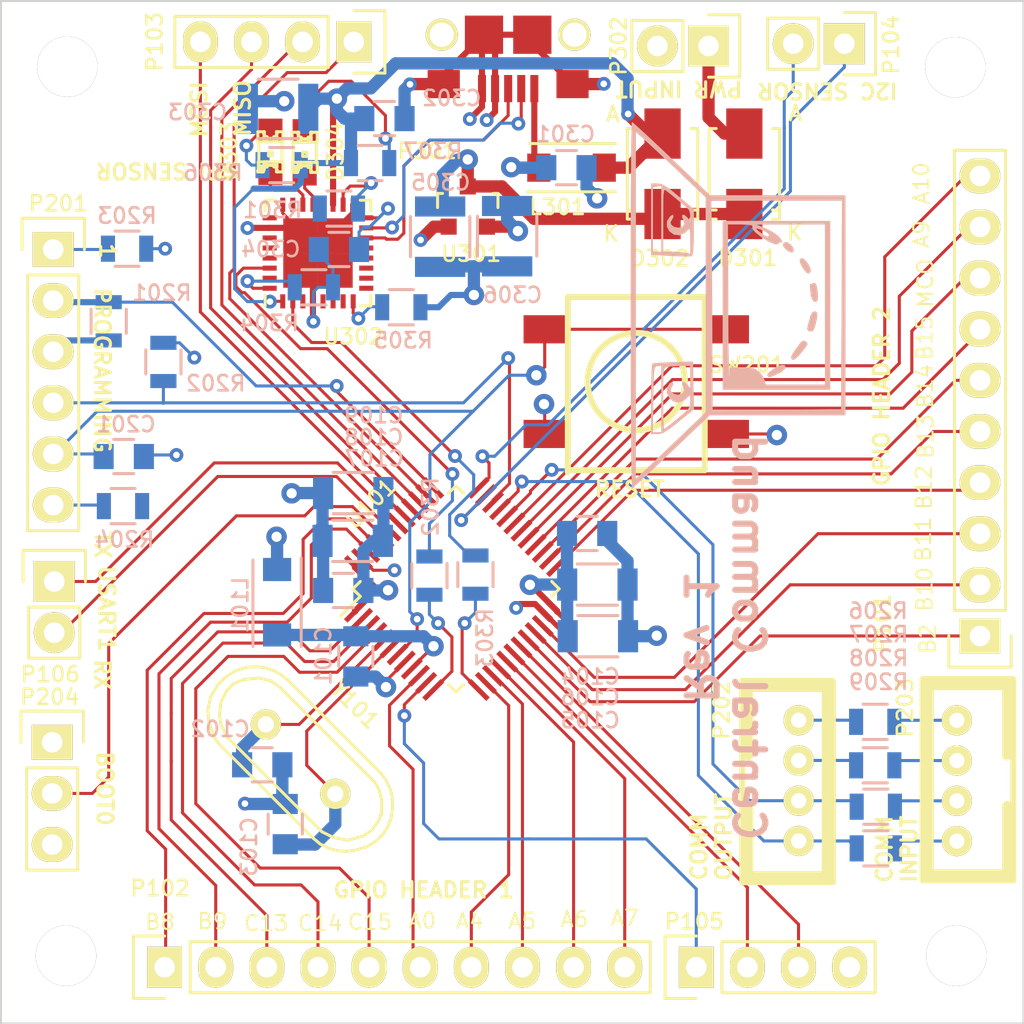
<source format=kicad_pcb>
(kicad_pcb (version 4) (host pcbnew 4.0.1-3.201512221402+6198~38~ubuntu14.04.1-stable)
  (layers (0 F.Cu signal) (1 GND signal hide) (2 PWR signal hide) (31 B.Cu signal) (34 B.Paste user) (35 F.Paste user) (36 B.SilkS user hide) (37 F.SilkS user) (38 B.Mask user) (39 F.Mask user) (44 Edge.Cuts user))
  (net 0 "")
  (net 1 GND)
  (net 2 NRST)
  (net 3 "Net-(C102-Pad2)")
  (net 4 "Net-(C103-Pad2)")
  (net 5 "Net-(C305-Pad1)")
  (net 6 /Comm/PWR)
  (net 7 "Net-(P201-Pad1)")
  (net 8 /Comm/SWCLK)
  (net 9 /Comm/SWIO)
  (net 10 /Comm/NRST)
  (net 11 "Net-(P201-Pad6)")
  (net 12 /Comm/TRACE)
  (net 13 /ADC_IN1)
  (net 14 /Power/TXD)
  (net 15 /Power/RXD)
  (net 16 /ADC_IN8)
  (net 17 /Comm/SCL)
  (net 18 /Comm/SDA)
  (net 19 /I2C1_SDA)
  (net 20 /I2C1_SCL)
  (net 21 /SPI1_NSS)
  (net 22 /SPI1_SCK)
  (net 23 /SPI1_MISO)
  (net 24 /SPI1_MOSI)
  (net 25 /USART1_TX)
  (net 26 /USART1_RX)
  (net 27 /Comm/BOOT0)
  (net 28 /PB9)
  (net 29 "Net-(C301-Pad1)")
  (net 30 "Net-(C304-Pad1)")
  (net 31 "Net-(D301-Pad2)")
  (net 32 "Net-(D303-Pad2)")
  (net 33 "Net-(D303-Pad1)")
  (net 34 "Net-(D304-Pad2)")
  (net 35 "Net-(D304-Pad1)")
  (net 36 /ADC_IN9)
  (net 37 "Net-(R301-Pad1)")
  (net 38 "Net-(R302-Pad2)")
  (net 39 "Net-(R303-Pad2)")
  (net 40 "Net-(R304-Pad2)")
  (net 41 "Net-(R305-Pad2)")
  (net 42 "Net-(U302-Pad3)")
  (net 43 "Net-(U302-Pad5)")
  (net 44 "Net-(U302-Pad6)")
  (net 45 "Net-(U302-Pad7)")
  (net 46 "Net-(U302-Pad9)")
  (net 47 "Net-(U302-Pad10)")
  (net 48 "Net-(U302-Pad11)")
  (net 49 "Net-(U302-Pad12)")
  (net 50 "Net-(U302-Pad13)")
  (net 51 "Net-(P301-Pad3)")
  (net 52 "Net-(P301-Pad2)")
  (net 53 "Net-(U302-Pad23)")
  (net 54 "Net-(U302-Pad25)")
  (net 55 "Net-(U302-Pad27)")
  (net 56 "Net-(U302-Pad28)")
  (net 57 "Net-(U302-Pad29)")
  (net 58 "Net-(U302-Pad31)")
  (net 59 "Net-(P203-Pad1)")
  (net 60 "Net-(P203-Pad2)")
  (net 61 "Net-(P203-Pad3)")
  (net 62 "Net-(P203-Pad4)")
  (net 63 /Power/VCCIO)
  (net 64 /PA9)
  (net 65 /PA10)
  (net 66 /PB8)
  (net 67 /VDDA)
  (net 68 /MCO)
  (net 69 /PB2)
  (net 70 /PB10)
  (net 71 /PB11)
  (net 72 /PB12)
  (net 73 /PB13)
  (net 74 /PB14)
  (net 75 /PB15)
  (net 76 /PC13)
  (net 77 /PC14)
  (net 78 /PC15)
  (net 79 /PA0)
  (net 80 /PA4)
  (net 81 /PA5)
  (net 82 /PA6)
  (net 83 /PA7)
  (module Mounting_Holes:MountingHole_3mm (layer F.Cu) (at 149.0124 79.4893)
    (fp_text reference REF** hide)
    (fp_text value MountingHole_3mm hide)
    (pad 1 thru_hole circle (at 0 0) (size 3 3) (drill 3) (layers))
  )
  (module Mounting_Holes:MountingHole_3mm (layer F.Cu) (at 149.0632 123.6345)
    (fp_text reference REF** hide)
    (fp_text value MountingHole_3mm hide)
    (pad 1 thru_hole circle (at 0 0) (size 3 3) (drill 3) (layers))
  )
  (module Mounting_Holes:MountingHole_3mm (layer F.Cu) (at 104.8291 123.6345)
    (fp_text reference REF** hide)
    (fp_text value MountingHole_3mm hide)
    (pad 1 thru_hole circle (at 0 0) (size 3 3) (drill 3) (layers))
  )
  (module Capacitors_SMD:C_0805 (layer B.Cu) (at 119.2276 108.7628 270)
    (fp_text reference C101 (at -0.0254 1.6096 270) (layer B.SilkS) (effects (font (size 0.762 0.762) (thickness 0.127)) (justify mirror)))
    (fp_text value C hide)
    (pad 1 smd rect (at -1 0 270) (size 1 1.25) (layers B.Cu B.Paste B.Mask) (net 67 /VDDA))
    (pad 2 smd rect (at 1 0 270) (size 1 1.25) (layers B.Cu B.Paste B.Mask) (net 1 GND))
  )
  (module Capacitors_SMD:C_0805 (layer B.Cu) (at 114.5794 114.1476 180)
    (fp_text reference C102 (at 2.0922 1.778 180) (layer B.SilkS) (effects (font (size 0.762 0.762) (thickness 0.127)) (justify mirror)))
    (fp_text value 20P)
    (pad 1 smd rect (at -1 0 180) (size 1 1.25) (layers B.Cu B.Paste B.Mask) (net 1 GND))
    (pad 2 smd rect (at 1 0 180) (size 1 1.25) (layers B.Cu B.Paste B.Mask) (net 3 "Net-(C102-Pad2)"))
  )
  (module Capacitors_SMD:C_0805 (layer B.Cu) (at 115.7224 117.094 270)
    (fp_text reference C103 (at 1.1303 1.8001 270) (layer B.SilkS) (effects (font (size 0.762 0.762) (thickness 0.127)) (justify mirror)))
    (fp_text value 20P)
    (pad 1 smd rect (at -1 0 270) (size 1 1.25) (layers B.Cu B.Paste B.Mask) (net 1 GND))
    (pad 2 smd rect (at 1 0 270) (size 1 1.25) (layers B.Cu B.Paste B.Mask) (net 4 "Net-(C103-Pad2)"))
  )
  (module Capacitors_SMD:C_0805 (layer B.Cu) (at 107.6993 98.8314)
    (fp_text reference C201 (at 0.1143 -1.6002) (layer B.SilkS) (effects (font (size 0.762 0.762) (thickness 0.127)) (justify mirror)))
    (fp_text value C hide)
    (pad 1 smd rect (at -1 0) (size 1 1.25) (layers B.Cu B.Paste B.Mask) (net 10 /Comm/NRST))
    (pad 2 smd rect (at 1 0) (size 1 1.25) (layers B.Cu B.Paste B.Mask) (net 1 GND))
  )
  (module Capacitors_SMD:C_0805 (layer B.Cu) (at 129.6924 84.4804)
    (fp_text reference C301 (at -0.0475 -1.6637) (layer B.SilkS) (effects (font (size 0.762 0.762) (thickness 0.127)) (justify mirror)))
    (fp_text value .1U hide)
    (pad 1 smd rect (at -1 0) (size 1 1.25) (layers B.Cu B.Paste B.Mask) (net 29 "Net-(C301-Pad1)"))
    (pad 2 smd rect (at 1 0) (size 1 1.25) (layers B.Cu B.Paste B.Mask) (net 1 GND))
  )
  (module Capacitors_SMD:C_0805 (layer B.Cu) (at 120.65 82.042)
    (fp_text reference C302 (at 3.3434 -1.016) (layer B.SilkS) (effects (font (size 0.762 0.762) (thickness 0.127)) (justify mirror)))
    (fp_text value .1U)
    (pad 1 smd rect (at -1 0) (size 1 1.25) (layers B.Cu B.Paste B.Mask) (net 63 /Power/VCCIO))
    (pad 2 smd rect (at 1 0) (size 1 1.25) (layers B.Cu B.Paste B.Mask) (net 1 GND))
  )
  (module Capacitors_SMD:C_1210 (layer B.Cu) (at 115.3668 81.5594 180)
    (fp_text reference C303 (at 3.9972 -0.1651 180) (layer B.SilkS) (effects (font (size 0.762 0.762) (thickness 0.127)) (justify mirror)))
    (fp_text value 4.7U hide)
    (pad 1 smd rect (at -1.5 0 180) (size 1 2.5) (layers B.Cu B.Paste B.Mask) (net 63 /Power/VCCIO))
    (pad 2 smd rect (at 1.5 0 180) (size 1 2.5) (layers B.Cu B.Paste B.Mask) (net 1 GND))
  )
  (module Capacitors_SMD:C_0805 (layer B.Cu) (at 118.3894 88.5444 180)
    (fp_text reference C304 (at 3.3876 0.0127 180) (layer B.SilkS) (effects (font (size 0.762 0.762) (thickness 0.127)) (justify mirror)))
    (fp_text value .1U)
    (pad 1 smd rect (at -1 0 180) (size 1 1.25) (layers B.Cu B.Paste B.Mask) (net 30 "Net-(C304-Pad1)"))
    (pad 2 smd rect (at 1 0 180) (size 1 1.25) (layers B.Cu B.Paste B.Mask) (net 1 GND))
  )
  (module Capacitors_SMD:C_1210 (layer B.Cu) (at 123.4186 87.9094 270)
    (fp_text reference C305 (at -2.6924 -0.0287 360) (layer B.SilkS) (effects (font (size 0.762 0.762) (thickness 0.127)) (justify mirror)))
    (fp_text value 10U)
    (pad 1 smd rect (at -1.5 0 270) (size 1 2.5) (layers B.Cu B.Paste B.Mask) (net 5 "Net-(C305-Pad1)"))
    (pad 2 smd rect (at 1.5 0 270) (size 1 2.5) (layers B.Cu B.Paste B.Mask) (net 1 GND))
  )
  (module Capacitors_SMD:C_1210 (layer B.Cu) (at 126.746 87.884 270)
    (fp_text reference C306 (at 2.921 -0.27 360) (layer B.SilkS) (effects (font (size 0.762 0.762) (thickness 0.127)) (justify mirror)))
    (fp_text value 10U)
    (pad 1 smd rect (at -1.5 0 270) (size 1 2.5) (layers B.Cu B.Paste B.Mask) (net 6 /Comm/PWR))
    (pad 2 smd rect (at 1.5 0 270) (size 1 2.5) (layers B.Cu B.Paste B.Mask) (net 1 GND))
  )
  (module Diodes_SMD:Diode-SMA_Standard (layer F.Cu) (at 138.5316 84.7852 90)
    (fp_text reference D301 (at -4.1783 0.1684 180) (layer F.SilkS) (effects (font (size 0.762 0.762) (thickness 0.127))))
    (fp_text value D_Schottky hide)
    (fp_text user K (at -2.921 2.5052 180) (layer F.SilkS) (effects (font (size 0.762 0.762) (thickness 0.127))))
    (fp_text user A (at 3.0099 2.5433 180) (layer F.SilkS) (effects (font (size 0.762 0.762) (thickness 0.127))))
    (pad 1 smd rect (at -1.99898 0 90) (size 2.49936 1.80086) (layers F.Cu F.Paste F.Mask) (net 5 "Net-(C305-Pad1)"))
    (pad 2 smd rect (at 1.99898 0 90) (size 2.49936 1.80086) (layers F.Cu F.Paste F.Mask) (net 31 "Net-(D301-Pad2)"))
  )
  (module Diodes_SMD:Diode-SMA_Standard (layer F.Cu) (at 134.4676 84.7852 90)
    (fp_text reference D302 (at -4.2037 -0.1364 360) (layer F.SilkS) (effects (font (size 0.762 0.762) (thickness 0.127))))
    (fp_text value D_Schottky hide)
    (fp_text user K (at -2.9718 -2.5621 180) (layer F.SilkS) (effects (font (size 0.762 0.762) (thickness 0.127))))
    (fp_text user A (at 2.9718 -2.4732 180) (layer F.SilkS) (effects (font (size 0.762 0.762) (thickness 0.127))))
    (pad 1 smd rect (at -1.99898 0 90) (size 2.49936 1.80086) (layers F.Cu F.Paste F.Mask) (net 5 "Net-(C305-Pad1)"))
    (pad 2 smd rect (at 1.99898 0 90) (size 2.49936 1.80086) (layers F.Cu F.Paste F.Mask) (net 63 /Power/VCCIO))
  )
  (module LEDs:LED-0805 (layer F.Cu) (at 114.9858 83.693 90)
    (fp_text reference D303 (at 0.0381 -2.0541 90) (layer F.SilkS) (effects (font (size 0.762 0.762) (thickness 0.127))))
    (fp_text value LED hide)
    (pad 2 smd rect (at 1.04902 0 270) (size 1.19888 1.19888) (layers F.Cu F.Paste F.Mask) (net 32 "Net-(D303-Pad2)"))
    (pad 1 smd rect (at -1.04902 0 270) (size 1.19888 1.19888) (layers F.Cu F.Paste F.Mask) (net 33 "Net-(D303-Pad1)"))
  )
  (module LEDs:LED-0805 (layer F.Cu) (at 116.6876 83.7184 90)
    (fp_text reference D304 (at 0.0381 1.5273 90) (layer F.SilkS) (effects (font (size 0.762 0.762) (thickness 0.127))))
    (fp_text value LED hide)
    (pad 2 smd rect (at 1.04902 0 270) (size 1.19888 1.19888) (layers F.Cu F.Paste F.Mask) (net 34 "Net-(D304-Pad2)"))
    (pad 1 smd rect (at -1.04902 0 270) (size 1.19888 1.19888) (layers F.Cu F.Paste F.Mask) (net 35 "Net-(D304-Pad1)"))
  )
  (module Inductors_NEOSID:Neosid_Inductor_SM1206 (layer B.Cu) (at 115.316 106.0704 270)
    (fp_text reference L101 (at 0.1397 1.8255 270) (layer B.SilkS) (effects (font (size 0.762 0.762) (thickness 0.127)) (justify mirror)))
    (fp_text value INDUCTOR hide)
    (pad 2 smd rect (at 1.6256 0 270) (size 1.15062 1.39954) (layers B.Cu B.Paste B.Mask) (net 67 /VDDA))
    (pad 1 smd rect (at -1.6256 0 270) (size 1.15062 1.39954) (layers B.Cu B.Paste B.Mask) (net 6 /Comm/PWR))
  )
  (module Inductors_NEOSID:Neosid_Inductor_SM1206 (layer F.Cu) (at 129.9464 84.4804)
    (fp_text reference L301 (at -0.6952 1.9558) (layer F.SilkS) (effects (font (size 0.762 0.762) (thickness 0.127))))
    (fp_text value FERRITE hide)
    (pad 2 smd rect (at 1.6256 0) (size 1.15062 1.39954) (layers F.Cu F.Paste F.Mask) (net 63 /Power/VCCIO))
    (pad 1 smd rect (at -1.6256 0) (size 1.15062 1.39954) (layers F.Cu F.Paste F.Mask) (net 29 "Net-(C301-Pad1)"))
  )
  (module Pin_Headers:Pin_Header_Straight_1x10 (layer F.Cu) (at 150.241 107.7468 180)
    (fp_text reference P101 (at 4.8354 0.6223 450) (layer F.SilkS) (effects (font (size 0.762 0.762) (thickness 0.127))))
    (fp_text value CONN_01X10 hide)
    (pad 1 thru_hole rect (at 0 0 180) (size 2.032 1.7272) (drill 1.016) (layers *.Cu *.Mask F.SilkS) (net 69 /PB2))
    (pad 2 thru_hole oval (at 0 2.54 180) (size 2.032 1.7272) (drill 1.016) (layers *.Cu *.Mask F.SilkS) (net 70 /PB10))
    (pad 3 thru_hole oval (at 0 5.08 180) (size 2.032 1.7272) (drill 1.016) (layers *.Cu *.Mask F.SilkS) (net 71 /PB11))
    (pad 4 thru_hole oval (at 0 7.62 180) (size 2.032 1.7272) (drill 1.016) (layers *.Cu *.Mask F.SilkS) (net 72 /PB12))
    (pad 5 thru_hole oval (at 0 10.16 180) (size 2.032 1.7272) (drill 1.016) (layers *.Cu *.Mask F.SilkS) (net 73 /PB13))
    (pad 6 thru_hole oval (at 0 12.7 180) (size 2.032 1.7272) (drill 1.016) (layers *.Cu *.Mask F.SilkS) (net 74 /PB14))
    (pad 7 thru_hole oval (at 0 15.24 180) (size 2.032 1.7272) (drill 1.016) (layers *.Cu *.Mask F.SilkS) (net 75 /PB15))
    (pad 8 thru_hole oval (at 0 17.78 180) (size 2.032 1.7272) (drill 1.016) (layers *.Cu *.Mask F.SilkS) (net 68 /MCO))
    (pad 9 thru_hole oval (at 0 20.32 180) (size 2.032 1.7272) (drill 1.016) (layers *.Cu *.Mask F.SilkS) (net 64 /PA9))
    (pad 10 thru_hole oval (at 0 22.86 180) (size 2.032 1.7272) (drill 1.016) (layers *.Cu *.Mask F.SilkS) (net 65 /PA10))
  )
  (module Pin_Headers:Pin_Header_Straight_1x10 (layer F.Cu) (at 109.728 124.206 90)
    (fp_text reference P102 (at 3.9243 -0.2253 180) (layer F.SilkS) (effects (font (size 0.762 0.762) (thickness 0.127))))
    (fp_text value CONN_01X10 hide)
    (pad 1 thru_hole rect (at 0 0 90) (size 2.032 1.7272) (drill 1.016) (layers *.Cu *.Mask F.SilkS) (net 66 /PB8))
    (pad 2 thru_hole oval (at 0 2.54 90) (size 2.032 1.7272) (drill 1.016) (layers *.Cu *.Mask F.SilkS) (net 28 /PB9))
    (pad 3 thru_hole oval (at 0 5.08 90) (size 2.032 1.7272) (drill 1.016) (layers *.Cu *.Mask F.SilkS) (net 76 /PC13))
    (pad 4 thru_hole oval (at 0 7.62 90) (size 2.032 1.7272) (drill 1.016) (layers *.Cu *.Mask F.SilkS) (net 77 /PC14))
    (pad 5 thru_hole oval (at 0 10.16 90) (size 2.032 1.7272) (drill 1.016) (layers *.Cu *.Mask F.SilkS) (net 78 /PC15))
    (pad 6 thru_hole oval (at 0 12.7 90) (size 2.032 1.7272) (drill 1.016) (layers *.Cu *.Mask F.SilkS) (net 79 /PA0))
    (pad 7 thru_hole oval (at 0 15.24 90) (size 2.032 1.7272) (drill 1.016) (layers *.Cu *.Mask F.SilkS) (net 80 /PA4))
    (pad 8 thru_hole oval (at 0 17.78 90) (size 2.032 1.7272) (drill 1.016) (layers *.Cu *.Mask F.SilkS) (net 81 /PA5))
    (pad 9 thru_hole oval (at 0 20.32 90) (size 2.032 1.7272) (drill 1.016) (layers *.Cu *.Mask F.SilkS) (net 82 /PA6))
    (pad 10 thru_hole oval (at 0 22.86 90) (size 2.032 1.7272) (drill 1.016) (layers *.Cu *.Mask F.SilkS) (net 83 /PA7))
  )
  (module Pin_Headers:Pin_Header_Straight_1x04 (layer F.Cu) (at 119.126 78.232 270)
    (fp_text reference P103 (at -0.0127 9.89 450) (layer F.SilkS) (effects (font (size 0.762 0.762) (thickness 0.127))))
    (fp_text value CONN_01X04 hide)
    (pad 1 thru_hole rect (at 0 0 270) (size 2.032 1.7272) (drill 1.016) (layers *.Cu *.Mask F.SilkS) (net 21 /SPI1_NSS))
    (pad 2 thru_hole oval (at 0 2.54 270) (size 2.032 1.7272) (drill 1.016) (layers *.Cu *.Mask F.SilkS) (net 22 /SPI1_SCK))
    (pad 3 thru_hole oval (at 0 5.08 270) (size 2.032 1.7272) (drill 1.016) (layers *.Cu *.Mask F.SilkS) (net 23 /SPI1_MISO))
    (pad 4 thru_hole oval (at 0 7.62 270) (size 2.032 1.7272) (drill 1.016) (layers *.Cu *.Mask F.SilkS) (net 24 /SPI1_MOSI))
  )
  (module Pin_Headers:Pin_Header_Straight_1x02 (layer F.Cu) (at 143.5006 78.3209 270)
    (fp_text reference P104 (at 0.0508 -2.3241 450) (layer F.SilkS) (effects (font (size 0.762 0.762) (thickness 0.127))))
    (fp_text value CONN_01X02 hide)
    (pad 1 thru_hole rect (at 0 0 270) (size 2.032 2.032) (drill 1.016) (layers *.Cu *.Mask F.SilkS) (net 19 /I2C1_SDA))
    (pad 2 thru_hole oval (at 0 2.54 270) (size 2.032 2.032) (drill 1.016) (layers *.Cu *.Mask F.SilkS) (net 20 /I2C1_SCL))
  )
  (module Pin_Headers:Pin_Header_Straight_1x04 (layer F.Cu) (at 136.144 124.206 90)
    (fp_text reference P105 (at 2.2733 -0.0983 180) (layer F.SilkS) (effects (font (size 0.762 0.762) (thickness 0.127))))
    (fp_text value CONN_01X04 hide)
    (pad 1 thru_hole rect (at 0 0 90) (size 2.032 1.7272) (drill 1.016) (layers *.Cu *.Mask F.SilkS) (net 13 /ADC_IN1))
    (pad 2 thru_hole oval (at 0 2.54 90) (size 2.032 1.7272) (drill 1.016) (layers *.Cu *.Mask F.SilkS) (net 16 /ADC_IN8))
    (pad 3 thru_hole oval (at 0 5.08 90) (size 2.032 1.7272) (drill 1.016) (layers *.Cu *.Mask F.SilkS) (net 36 /ADC_IN9))
    (pad 4 thru_hole oval (at 0 7.62 90) (size 2.032 1.7272) (drill 1.016) (layers *.Cu *.Mask F.SilkS) (net 1 GND))
  )
  (module Pin_Headers:Pin_Header_Straight_1x02 (layer F.Cu) (at 104.2449 105.0417)
    (fp_text reference P106 (at -0.1905 4.6101 180) (layer F.SilkS) (effects (font (size 0.762 0.762) (thickness 0.127))))
    (fp_text value CONN_01X02 hide)
    (pad 1 thru_hole rect (at 0 0) (size 2.032 2.032) (drill 1.016) (layers *.Cu *.Mask F.SilkS) (net 25 /USART1_TX))
    (pad 2 thru_hole oval (at 0 2.54) (size 2.032 2.032) (drill 1.016) (layers *.Cu *.Mask F.SilkS) (net 26 /USART1_RX))
  )
  (module Pin_Headers:Pin_Header_Straight_1x06 (layer F.Cu) (at 104.1941 88.5444)
    (fp_text reference P201 (at 0.254 -2.286) (layer F.SilkS) (effects (font (size 0.762 0.762) (thickness 0.127))))
    (fp_text value CONN_01X06 hide)
    (pad 1 thru_hole rect (at 0 0) (size 2.032 1.7272) (drill 1.016) (layers *.Cu *.Mask F.SilkS) (net 7 "Net-(P201-Pad1)"))
    (pad 2 thru_hole oval (at 0 2.54) (size 2.032 1.7272) (drill 1.016) (layers *.Cu *.Mask F.SilkS) (net 8 /Comm/SWCLK))
    (pad 3 thru_hole oval (at 0 5.08) (size 2.032 1.7272) (drill 1.016) (layers *.Cu *.Mask F.SilkS) (net 1 GND))
    (pad 4 thru_hole oval (at 0 7.62) (size 2.032 1.7272) (drill 1.016) (layers *.Cu *.Mask F.SilkS) (net 9 /Comm/SWIO))
    (pad 5 thru_hole oval (at 0 10.16) (size 2.032 1.7272) (drill 1.016) (layers *.Cu *.Mask F.SilkS) (net 10 /Comm/NRST))
    (pad 6 thru_hole oval (at 0 12.7) (size 2.032 1.7272) (drill 1.016) (layers *.Cu *.Mask F.SilkS) (net 11 "Net-(P201-Pad6)"))
  )
  (module Pin_Headers:Pin_Header_Straight_1x03 (layer F.Cu) (at 104.1433 113.03)
    (fp_text reference P204 (at -0.127 -2.2479) (layer F.SilkS) (effects (font (size 0.762 0.762) (thickness 0.127))))
    (fp_text value CONN_01X03 hide)
    (pad 1 thru_hole rect (at 0 0) (size 2.032 1.7272) (drill 1.016) (layers *.Cu *.Mask F.SilkS) (net 6 /Comm/PWR))
    (pad 2 thru_hole oval (at 0 2.54) (size 2.032 1.7272) (drill 1.016) (layers *.Cu *.Mask F.SilkS) (net 27 /Comm/BOOT0))
    (pad 3 thru_hole oval (at 0 5.08) (size 2.032 1.7272) (drill 1.016) (layers *.Cu *.Mask F.SilkS) (net 1 GND))
  )
  (module Pin_Headers:Pin_Header_Straight_1x02 (layer F.Cu) (at 136.7536 78.4352 270)
    (fp_text reference P302 (at 0 4.4671 450) (layer F.SilkS) (effects (font (size 0.762 0.762) (thickness 0.127))))
    (fp_text value CONN_01X02 hide)
    (pad 1 thru_hole rect (at 0 0 270) (size 2.032 2.032) (drill 1.016) (layers *.Cu *.Mask F.SilkS) (net 31 "Net-(D301-Pad2)"))
    (pad 2 thru_hole oval (at 0 2.54 270) (size 2.032 2.032) (drill 1.016) (layers *.Cu *.Mask F.SilkS) (net 1 GND))
  )
  (module Resistors_SMD:R_0805 (layer B.Cu) (at 106.95 92.1131 270)
    (fp_text reference R201 (at -1.4097 -2.6416 360) (layer B.SilkS) (effects (font (size 0.762 0.762) (thickness 0.127)) (justify mirror)))
    (fp_text value R)
    (pad 1 smd rect (at -0.95 0 270) (size 0.7 1.3) (layers B.Cu B.Paste B.Mask) (net 8 /Comm/SWCLK))
    (pad 2 smd rect (at 0.95 0 270) (size 0.7 1.3) (layers B.Cu B.Paste B.Mask) (net 1 GND))
  )
  (module Resistors_SMD:R_0805 (layer B.Cu) (at 109.6678 94.1324 270)
    (fp_text reference R202 (at 1.0668 -2.6035 360) (layer B.SilkS) (effects (font (size 0.762 0.762) (thickness 0.127)) (justify mirror)))
    (fp_text value R)
    (pad 1 smd rect (at -0.95 0 270) (size 0.7 1.3) (layers B.Cu B.Paste B.Mask) (net 6 /Comm/PWR))
    (pad 2 smd rect (at 0.95 0 270) (size 0.7 1.3) (layers B.Cu B.Paste B.Mask) (net 9 /Comm/SWIO))
  )
  (module Resistors_SMD:R_0805 (layer B.Cu) (at 107.8644 88.5063 180)
    (fp_text reference R203 (at 0 1.6383 180) (layer B.SilkS) (effects (font (size 0.762 0.762) (thickness 0.127)) (justify mirror)))
    (fp_text value 0)
    (pad 1 smd rect (at -0.95 0 180) (size 0.7 1.3) (layers B.Cu B.Paste B.Mask) (net 6 /Comm/PWR))
    (pad 2 smd rect (at 0.95 0 180) (size 0.7 1.3) (layers B.Cu B.Paste B.Mask) (net 7 "Net-(P201-Pad1)"))
  )
  (module Resistors_SMD:R_0805 (layer B.Cu) (at 107.6612 101.2952)
    (fp_text reference R204 (at 0.0762 1.6637) (layer B.SilkS) (effects (font (size 0.762 0.762) (thickness 0.127)) (justify mirror)))
    (fp_text value R hide)
    (pad 1 smd rect (at -0.95 0) (size 0.7 1.3) (layers B.Cu B.Paste B.Mask) (net 11 "Net-(P201-Pad6)"))
    (pad 2 smd rect (at 0.95 0) (size 0.7 1.3) (layers B.Cu B.Paste B.Mask) (net 12 /Comm/TRACE))
  )
  (module Resistors_SMD:R_0805 (layer B.Cu) (at 118.3894 86.5124 180)
    (fp_text reference R301 (at 3.2987 -0.0762 180) (layer B.SilkS) (effects (font (size 0.762 0.762) (thickness 0.127)) (justify mirror)))
    (fp_text value 0)
    (pad 1 smd rect (at -0.95 0 180) (size 0.7 1.3) (layers B.Cu B.Paste B.Mask) (net 37 "Net-(R301-Pad1)"))
    (pad 2 smd rect (at 0.95 0 180) (size 0.7 1.3) (layers B.Cu B.Paste B.Mask) (net 2 NRST))
  )
  (module Resistors_SMD:R_0805 (layer B.Cu) (at 122.8852 104.7496 90)
    (fp_text reference R302 (at 3.4163 0.0541 90) (layer B.SilkS) (effects (font (size 0.762 0.762) (thickness 0.127)) (justify mirror)))
    (fp_text value 0 hide)
    (pad 1 smd rect (at -0.95 0 90) (size 0.7 1.3) (layers B.Cu B.Paste B.Mask) (net 14 /Power/TXD))
    (pad 2 smd rect (at 0.95 0 90) (size 0.7 1.3) (layers B.Cu B.Paste B.Mask) (net 38 "Net-(R302-Pad2)"))
  )
  (module Resistors_SMD:R_0805 (layer B.Cu) (at 125.1712 104.6988 90)
    (fp_text reference R303 (at -3.1369 0.4732 90) (layer B.SilkS) (effects (font (size 0.762 0.762) (thickness 0.127)) (justify mirror)))
    (fp_text value 0 hide)
    (pad 1 smd rect (at -0.95 0 90) (size 0.7 1.3) (layers B.Cu B.Paste B.Mask) (net 15 /Power/RXD))
    (pad 2 smd rect (at 0.95 0 90) (size 0.7 1.3) (layers B.Cu B.Paste B.Mask) (net 39 "Net-(R303-Pad2)"))
  )
  (module Resistors_SMD:R_0805 (layer B.Cu) (at 117.1448 90.424 180)
    (fp_text reference R304 (at 2.2192 -1.778 180) (layer B.SilkS) (effects (font (size 0.762 0.762) (thickness 0.127)) (justify mirror)))
    (fp_text value NOPE)
    (pad 1 smd rect (at -0.95 0 180) (size 0.7 1.3) (layers B.Cu B.Paste B.Mask) (net 1 GND))
    (pad 2 smd rect (at 0.95 0 180) (size 0.7 1.3) (layers B.Cu B.Paste B.Mask) (net 40 "Net-(R304-Pad2)"))
  )
  (module Resistors_SMD:R_0805 (layer B.Cu) (at 121.4882 91.4146 180)
    (fp_text reference R305 (at -0.0922 -1.651 180) (layer B.SilkS) (effects (font (size 0.762 0.762) (thickness 0.127)) (justify mirror)))
    (fp_text value NOPE)
    (pad 1 smd rect (at -0.95 0 180) (size 0.7 1.3) (layers B.Cu B.Paste B.Mask) (net 1 GND))
    (pad 2 smd rect (at 0.95 0 180) (size 0.7 1.3) (layers B.Cu B.Paste B.Mask) (net 41 "Net-(R305-Pad2)"))
  )
  (module Resistors_SMD:R_0805 (layer B.Cu) (at 115.5446 84.3534 180)
    (fp_text reference R306 (at 3.413 -0.381 180) (layer B.SilkS) (effects (font (size 0.762 0.762) (thickness 0.127)) (justify mirror)))
    (fp_text value 270)
    (pad 1 smd rect (at -0.95 0 180) (size 0.7 1.3) (layers B.Cu B.Paste B.Mask) (net 63 /Power/VCCIO))
    (pad 2 smd rect (at 0.95 0 180) (size 0.7 1.3) (layers B.Cu B.Paste B.Mask) (net 32 "Net-(D303-Pad2)"))
  )
  (module Resistors_SMD:R_0805 (layer B.Cu) (at 119.9388 84.2518)
    (fp_text reference R307 (at 3.1148 -0.5969) (layer B.SilkS) (effects (font (size 0.762 0.762) (thickness 0.127)) (justify mirror)))
    (fp_text value 270)
    (pad 1 smd rect (at -0.95 0) (size 0.7 1.3) (layers B.Cu B.Paste B.Mask) (net 63 /Power/VCCIO))
    (pad 2 smd rect (at 0.95 0) (size 0.7 1.3) (layers B.Cu B.Paste B.Mask) (net 34 "Net-(D304-Pad2)"))
  )
  (module Housings_QFP:LQFP-48_7x7mm_Pitch0.5mm (layer F.Cu) (at 124.206 105.41 45)
    (fp_text reference U101 (at 0 -6 45) (layer F.SilkS) (effects (font (size 0.762 0.762) (thickness 0.127))))
    (fp_text value STM32F030C8 hide)
    (pad 1 smd rect (at -4.35 -2.75 45) (size 1.3 0.25) (layers F.Cu F.Paste F.Mask) (net 6 /Comm/PWR))
    (pad 2 smd rect (at -4.35 -2.25 45) (size 1.3 0.25) (layers F.Cu F.Paste F.Mask) (net 76 /PC13))
    (pad 3 smd rect (at -4.35 -1.75 45) (size 1.3 0.25) (layers F.Cu F.Paste F.Mask) (net 77 /PC14))
    (pad 4 smd rect (at -4.35 -1.25 45) (size 1.3 0.25) (layers F.Cu F.Paste F.Mask) (net 78 /PC15))
    (pad 5 smd rect (at -4.35 -0.75 45) (size 1.3 0.25) (layers F.Cu F.Paste F.Mask) (net 3 "Net-(C102-Pad2)"))
    (pad 6 smd rect (at -4.35 -0.25 45) (size 1.3 0.25) (layers F.Cu F.Paste F.Mask) (net 4 "Net-(C103-Pad2)"))
    (pad 7 smd rect (at -4.35 0.25 45) (size 1.3 0.25) (layers F.Cu F.Paste F.Mask) (net 10 /Comm/NRST))
    (pad 8 smd rect (at -4.35 0.75 45) (size 1.3 0.25) (layers F.Cu F.Paste F.Mask) (net 1 GND))
    (pad 9 smd rect (at -4.35 1.25 45) (size 1.3 0.25) (layers F.Cu F.Paste F.Mask) (net 67 /VDDA))
    (pad 10 smd rect (at -4.35 1.75 45) (size 1.3 0.25) (layers F.Cu F.Paste F.Mask) (net 79 /PA0))
    (pad 11 smd rect (at -4.35 2.25 45) (size 1.3 0.25) (layers F.Cu F.Paste F.Mask) (net 13 /ADC_IN1))
    (pad 12 smd rect (at -4.35 2.75 45) (size 1.3 0.25) (layers F.Cu F.Paste F.Mask) (net 14 /Power/TXD))
    (pad 13 smd rect (at -2.75 4.35 135) (size 1.3 0.25) (layers F.Cu F.Paste F.Mask) (net 15 /Power/RXD))
    (pad 14 smd rect (at -2.25 4.35 135) (size 1.3 0.25) (layers F.Cu F.Paste F.Mask) (net 80 /PA4))
    (pad 15 smd rect (at -1.75 4.35 135) (size 1.3 0.25) (layers F.Cu F.Paste F.Mask) (net 81 /PA5))
    (pad 16 smd rect (at -1.25 4.35 135) (size 1.3 0.25) (layers F.Cu F.Paste F.Mask) (net 82 /PA6))
    (pad 17 smd rect (at -0.75 4.35 135) (size 1.3 0.25) (layers F.Cu F.Paste F.Mask) (net 83 /PA7))
    (pad 18 smd rect (at -0.25 4.35 135) (size 1.3 0.25) (layers F.Cu F.Paste F.Mask) (net 16 /ADC_IN8))
    (pad 19 smd rect (at 0.25 4.35 135) (size 1.3 0.25) (layers F.Cu F.Paste F.Mask) (net 36 /ADC_IN9))
    (pad 20 smd rect (at 0.75 4.35 135) (size 1.3 0.25) (layers F.Cu F.Paste F.Mask) (net 69 /PB2))
    (pad 21 smd rect (at 1.25 4.35 135) (size 1.3 0.25) (layers F.Cu F.Paste F.Mask) (net 70 /PB10))
    (pad 22 smd rect (at 1.75 4.35 135) (size 1.3 0.25) (layers F.Cu F.Paste F.Mask) (net 71 /PB11))
    (pad 23 smd rect (at 2.25 4.35 135) (size 1.3 0.25) (layers F.Cu F.Paste F.Mask) (net 1 GND))
    (pad 24 smd rect (at 2.75 4.35 135) (size 1.3 0.25) (layers F.Cu F.Paste F.Mask) (net 6 /Comm/PWR))
    (pad 25 smd rect (at 4.35 2.75 45) (size 1.3 0.25) (layers F.Cu F.Paste F.Mask) (net 72 /PB12))
    (pad 26 smd rect (at 4.35 2.25 45) (size 1.3 0.25) (layers F.Cu F.Paste F.Mask) (net 73 /PB13))
    (pad 27 smd rect (at 4.35 1.75 45) (size 1.3 0.25) (layers F.Cu F.Paste F.Mask) (net 74 /PB14))
    (pad 28 smd rect (at 4.35 1.25 45) (size 1.3 0.25) (layers F.Cu F.Paste F.Mask) (net 75 /PB15))
    (pad 29 smd rect (at 4.35 0.75 45) (size 1.3 0.25) (layers F.Cu F.Paste F.Mask) (net 68 /MCO))
    (pad 30 smd rect (at 4.35 0.25 45) (size 1.3 0.25) (layers F.Cu F.Paste F.Mask) (net 64 /PA9))
    (pad 31 smd rect (at 4.35 -0.25 45) (size 1.3 0.25) (layers F.Cu F.Paste F.Mask) (net 65 /PA10))
    (pad 32 smd rect (at 4.35 -0.75 45) (size 1.3 0.25) (layers F.Cu F.Paste F.Mask) (net 17 /Comm/SCL))
    (pad 33 smd rect (at 4.35 -1.25 45) (size 1.3 0.25) (layers F.Cu F.Paste F.Mask) (net 18 /Comm/SDA))
    (pad 34 smd rect (at 4.35 -1.75 45) (size 1.3 0.25) (layers F.Cu F.Paste F.Mask) (net 9 /Comm/SWIO))
    (pad 35 smd rect (at 4.35 -2.25 45) (size 1.3 0.25) (layers F.Cu F.Paste F.Mask) (net 19 /I2C1_SDA))
    (pad 36 smd rect (at 4.35 -2.75 45) (size 1.3 0.25) (layers F.Cu F.Paste F.Mask) (net 20 /I2C1_SCL))
    (pad 37 smd rect (at 2.75 -4.35 135) (size 1.3 0.25) (layers F.Cu F.Paste F.Mask) (net 8 /Comm/SWCLK))
    (pad 38 smd rect (at 2.25 -4.35 135) (size 1.3 0.25) (layers F.Cu F.Paste F.Mask) (net 21 /SPI1_NSS))
    (pad 39 smd rect (at 1.75 -4.35 135) (size 1.3 0.25) (layers F.Cu F.Paste F.Mask) (net 22 /SPI1_SCK))
    (pad 40 smd rect (at 1.25 -4.35 135) (size 1.3 0.25) (layers F.Cu F.Paste F.Mask) (net 23 /SPI1_MISO))
    (pad 41 smd rect (at 0.75 -4.35 135) (size 1.3 0.25) (layers F.Cu F.Paste F.Mask) (net 24 /SPI1_MOSI))
    (pad 42 smd rect (at 0.25 -4.35 135) (size 1.3 0.25) (layers F.Cu F.Paste F.Mask) (net 25 /USART1_TX))
    (pad 43 smd rect (at -0.25 -4.35 135) (size 1.3 0.25) (layers F.Cu F.Paste F.Mask) (net 26 /USART1_RX))
    (pad 44 smd rect (at -0.75 -4.35 135) (size 1.3 0.25) (layers F.Cu F.Paste F.Mask) (net 27 /Comm/BOOT0))
    (pad 45 smd rect (at -1.25 -4.35 135) (size 1.3 0.25) (layers F.Cu F.Paste F.Mask) (net 66 /PB8))
    (pad 46 smd rect (at -1.75 -4.35 135) (size 1.3 0.25) (layers F.Cu F.Paste F.Mask) (net 28 /PB9))
    (pad 47 smd rect (at -2.25 -4.35 135) (size 1.3 0.25) (layers F.Cu F.Paste F.Mask) (net 1 GND))
    (pad 48 smd rect (at -2.75 -4.35 135) (size 1.3 0.25) (layers F.Cu F.Paste F.Mask) (net 6 /Comm/PWR))
  )
  (module Housings_SOT-23_SOT-143_TSOT-6:SOT-23 (layer F.Cu) (at 124.7902 86.4108)
    (fp_text reference U301 (at 0.1684 2.3495) (layer F.SilkS) (effects (font (size 0.762 0.762) (thickness 0.127))))
    (fp_text value MCP1700T-3302E/TT_ hide)
    (pad 1 smd rect (at -0.95 1.00076) (size 0.8001 0.8001) (layers F.Cu F.Paste F.Mask) (net 1 GND))
    (pad 2 smd rect (at 0.95 1.00076) (size 0.8001 0.8001) (layers F.Cu F.Paste F.Mask) (net 6 /Comm/PWR))
    (pad 3 smd rect (at 0 -0.99822) (size 0.8001 0.8001) (layers F.Cu F.Paste F.Mask) (net 5 "Net-(C305-Pad1)"))
  )
  (module Housings_DFN_QFN:QFN-32-1EP_5x5mm_Pitch0.5mm (layer F.Cu) (at 117.348 88.7222 90)
    (fp_text reference U302 (at -4.1529 1.7559 180) (layer F.SilkS) (effects (font (size 0.762 0.762) (thickness 0.127))))
    (fp_text value FT232RQ hide)
    (pad 1 smd rect (at -2.4 -1.75 90) (size 0.7 0.25) (layers F.Cu F.Paste F.Mask) (net 63 /Power/VCCIO))
    (pad 2 smd rect (at -2.4 -1.25 90) (size 0.7 0.25) (layers F.Cu F.Paste F.Mask) (net 39 "Net-(R303-Pad2)"))
    (pad 3 smd rect (at -2.4 -0.75 90) (size 0.7 0.25) (layers F.Cu F.Paste F.Mask) (net 42 "Net-(U302-Pad3)"))
    (pad 4 smd rect (at -2.4 -0.25 90) (size 0.7 0.25) (layers F.Cu F.Paste F.Mask) (net 1 GND))
    (pad 5 smd rect (at -2.4 0.25 90) (size 0.7 0.25) (layers F.Cu F.Paste F.Mask) (net 43 "Net-(U302-Pad5)"))
    (pad 6 smd rect (at -2.4 0.75 90) (size 0.7 0.25) (layers F.Cu F.Paste F.Mask) (net 44 "Net-(U302-Pad6)"))
    (pad 7 smd rect (at -2.4 1.25 90) (size 0.7 0.25) (layers F.Cu F.Paste F.Mask) (net 45 "Net-(U302-Pad7)"))
    (pad 8 smd rect (at -2.4 1.75 90) (size 0.7 0.25) (layers F.Cu F.Paste F.Mask) (net 41 "Net-(R305-Pad2)"))
    (pad 9 smd rect (at -1.75 2.4 180) (size 0.7 0.25) (layers F.Cu F.Paste F.Mask) (net 46 "Net-(U302-Pad9)"))
    (pad 10 smd rect (at -1.25 2.4 180) (size 0.7 0.25) (layers F.Cu F.Paste F.Mask) (net 47 "Net-(U302-Pad10)"))
    (pad 11 smd rect (at -0.75 2.4 180) (size 0.7 0.25) (layers F.Cu F.Paste F.Mask) (net 48 "Net-(U302-Pad11)"))
    (pad 12 smd rect (at -0.25 2.4 180) (size 0.7 0.25) (layers F.Cu F.Paste F.Mask) (net 49 "Net-(U302-Pad12)"))
    (pad 13 smd rect (at 0.25 2.4 180) (size 0.7 0.25) (layers F.Cu F.Paste F.Mask) (net 50 "Net-(U302-Pad13)"))
    (pad 14 smd rect (at 0.75 2.4 180) (size 0.7 0.25) (layers F.Cu F.Paste F.Mask) (net 51 "Net-(P301-Pad3)"))
    (pad 15 smd rect (at 1.25 2.4 180) (size 0.7 0.25) (layers F.Cu F.Paste F.Mask) (net 52 "Net-(P301-Pad2)"))
    (pad 16 smd rect (at 1.75 2.4 180) (size 0.7 0.25) (layers F.Cu F.Paste F.Mask) (net 30 "Net-(C304-Pad1)"))
    (pad 17 smd rect (at 2.4 1.75 90) (size 0.7 0.25) (layers F.Cu F.Paste F.Mask) (net 1 GND))
    (pad 18 smd rect (at 2.4 1.25 90) (size 0.7 0.25) (layers F.Cu F.Paste F.Mask) (net 37 "Net-(R301-Pad1)"))
    (pad 19 smd rect (at 2.4 0.75 90) (size 0.7 0.25) (layers F.Cu F.Paste F.Mask) (net 63 /Power/VCCIO))
    (pad 20 smd rect (at 2.4 0.25 90) (size 0.7 0.25) (layers F.Cu F.Paste F.Mask) (net 1 GND))
    (pad 21 smd rect (at 2.4 -0.25 90) (size 0.7 0.25) (layers F.Cu F.Paste F.Mask) (net 35 "Net-(D304-Pad1)"))
    (pad 22 smd rect (at 2.4 -0.75 90) (size 0.7 0.25) (layers F.Cu F.Paste F.Mask) (net 33 "Net-(D303-Pad1)"))
    (pad 23 smd rect (at 2.4 -1.25 90) (size 0.7 0.25) (layers F.Cu F.Paste F.Mask) (net 53 "Net-(U302-Pad23)"))
    (pad 24 smd rect (at 2.4 -1.75 90) (size 0.7 0.25) (layers F.Cu F.Paste F.Mask) (net 1 GND))
    (pad 25 smd rect (at 1.75 -2.4 180) (size 0.7 0.25) (layers F.Cu F.Paste F.Mask) (net 54 "Net-(U302-Pad25)"))
    (pad 26 smd rect (at 1.25 -2.4 180) (size 0.7 0.25) (layers F.Cu F.Paste F.Mask) (net 1 GND))
    (pad 27 smd rect (at 0.75 -2.4 180) (size 0.7 0.25) (layers F.Cu F.Paste F.Mask) (net 55 "Net-(U302-Pad27)"))
    (pad 28 smd rect (at 0.25 -2.4 180) (size 0.7 0.25) (layers F.Cu F.Paste F.Mask) (net 56 "Net-(U302-Pad28)"))
    (pad 29 smd rect (at -0.25 -2.4 180) (size 0.7 0.25) (layers F.Cu F.Paste F.Mask) (net 57 "Net-(U302-Pad29)"))
    (pad 30 smd rect (at -0.75 -2.4 180) (size 0.7 0.25) (layers F.Cu F.Paste F.Mask) (net 38 "Net-(R302-Pad2)"))
    (pad 31 smd rect (at -1.25 -2.4 180) (size 0.7 0.25) (layers F.Cu F.Paste F.Mask) (net 58 "Net-(U302-Pad31)"))
    (pad 32 smd rect (at -1.75 -2.4 180) (size 0.7 0.25) (layers F.Cu F.Paste F.Mask) (net 40 "Net-(R304-Pad2)"))
    (pad 33 smd rect (at 0.8625 0.8625 90) (size 1.725 1.725) (layers F.Cu F.Paste F.Mask) (net 1 GND))
    (pad 33 smd rect (at 0.8625 -0.8625 90) (size 1.725 1.725) (layers F.Cu F.Paste F.Mask) (net 1 GND))
    (pad 33 smd rect (at -0.8625 0.8625 90) (size 1.725 1.725) (layers F.Cu F.Paste F.Mask) (net 1 GND))
    (pad 33 smd rect (at -0.8625 -0.8625 90) (size 1.725 1.725) (layers F.Cu F.Paste F.Mask) (net 1 GND))
  )
  (module Crystals:Crystal_HC49-U_Vertical (layer F.Cu) (at 116.4844 113.8682 315)
    (fp_text reference Y101 (at 0 -3.81 315) (layer F.SilkS) (effects (font (size 0.762 0.762) (thickness 0.127))))
    (fp_text value Crystal hide)
    (pad 1 thru_hole circle (at -2.44094 0 315) (size 1.50114 1.50114) (drill 0.8001) (layers *.Cu *.Mask F.SilkS) (net 3 "Net-(C102-Pad2)"))
    (pad 2 thru_hole circle (at 2.44094 0 315) (size 1.50114 1.50114) (drill 0.8001) (layers *.Cu *.Mask F.SilkS) (net 4 "Net-(C103-Pad2)"))
  )
  (module CentralCommand:10118193 (layer F.Cu) (at 126.7968 77.8764 180)
    (fp_text reference P301 (at 4.0226 -5.7785 180) (layer F.SilkS) (effects (font (size 0.762 0.762) (thickness 0.127))))
    (fp_text value USB_B hide)
    (pad 3 smd rect (at 0 -2.675 180) (size 0.4 1.35) (layers F.Cu F.Paste F.Mask) (net 51 "Net-(P301-Pad3)"))
    (pad 4 smd rect (at 0.65 -2.675 180) (size 0.4 1.35) (layers F.Cu F.Paste F.Mask) (net 1 GND))
    (pad 5 smd rect (at 1.3 -2.675 180) (size 0.4 1.35) (layers F.Cu F.Paste F.Mask) (net 1 GND))
    (pad 2 smd rect (at -0.65 -2.675 180) (size 0.4 1.35) (layers F.Cu F.Paste F.Mask) (net 52 "Net-(P301-Pad2)"))
    (pad 1 smd rect (at -1.3 -2.675 180) (size 0.4 1.35) (layers F.Cu F.Paste F.Mask) (net 29 "Net-(C301-Pad1)"))
    (pad 6 smd rect (at -3.2 -2.45 180) (size 1.6 1.4) (layers F.Cu F.Paste F.Mask) (net 1 GND))
    (pad 7 smd rect (at 3.2 -2.45 180) (size 1.6 1.4) (layers F.Cu F.Paste F.Mask) (net 1 GND))
    (pad 8 smd rect (at -1.2 0 180) (size 1.9 1.9) (layers F.Cu F.Paste F.Mask) (net 1 GND))
    (pad 9 smd rect (at 1.2 0 180) (size 1.9 1.9) (layers F.Cu F.Paste F.Mask) (net 1 GND))
    (pad "" np_thru_hole circle (at -3.3 0 180) (size 1.6 1.6) (drill 1.2) (layers *.Cu *.Mask F.SilkS))
    (pad "" np_thru_hole circle (at 3.3 0 180) (size 1.6 1.6) (drill 1.2) (layers *.Cu *.Mask F.SilkS))
  )
  (module CentralCommand:Grove-2mm (layer F.Cu) (at 138.43 109.982 270)
    (fp_text reference P202 (at 1.4478 1.0254 270) (layer F.SilkS) (effects (font (size 0.762 0.762) (thickness 0.127))))
    (fp_text value CONN_01X04 hide)
    (pad 1 thru_hole circle (at 1.95 -2.8 270) (size 1.5 1.5) (drill 0.75) (layers *.Cu *.Mask F.SilkS) (net 1 GND))
    (pad 2 thru_hole circle (at 3.95 -2.8 270) (size 1.5 1.5) (drill 0.75) (layers *.Cu *.Mask F.SilkS) (net 6 /Comm/PWR))
    (pad 3 thru_hole circle (at 5.95 -2.8 270) (size 1.5 1.5) (drill 0.75) (layers *.Cu *.Mask F.SilkS) (net 17 /Comm/SCL))
    (pad 4 thru_hole circle (at 7.95 -2.8 270) (size 1.5 1.5) (drill 0.75) (layers *.Cu *.Mask F.SilkS) (net 18 /Comm/SDA))
  )
  (module CentralCommand:Grove-2mm (layer F.Cu) (at 151.892 119.888 90)
    (fp_text reference P203 (at 8.5725 -5.3688 90) (layer F.SilkS) (effects (font (size 0.762 0.762) (thickness 0.127))))
    (fp_text value CONN_01X04 hide)
    (pad 1 thru_hole circle (at 1.95 -2.8 90) (size 1.5 1.5) (drill 0.75) (layers *.Cu *.Mask F.SilkS) (net 59 "Net-(P203-Pad1)"))
    (pad 2 thru_hole circle (at 3.95 -2.8 90) (size 1.5 1.5) (drill 0.75) (layers *.Cu *.Mask F.SilkS) (net 60 "Net-(P203-Pad2)"))
    (pad 3 thru_hole circle (at 5.95 -2.8 90) (size 1.5 1.5) (drill 0.75) (layers *.Cu *.Mask F.SilkS) (net 61 "Net-(P203-Pad3)"))
    (pad 4 thru_hole circle (at 7.95 -2.8 90) (size 1.5 1.5) (drill 0.75) (layers *.Cu *.Mask F.SilkS) (net 62 "Net-(P203-Pad4)"))
  )
  (module Resistors_SMD:R_0805 (layer B.Cu) (at 145.034 112.014)
    (fp_text reference R206 (at 0.143 -5.5118) (layer B.SilkS) (effects (font (size 0.762 0.762) (thickness 0.127)) (justify mirror)))
    (fp_text value 0)
    (pad 1 smd rect (at -0.95 0) (size 0.7 1.3) (layers B.Cu B.Paste B.Mask) (net 1 GND))
    (pad 2 smd rect (at 0.95 0) (size 0.7 1.3) (layers B.Cu B.Paste B.Mask) (net 62 "Net-(P203-Pad4)"))
  )
  (module Resistors_SMD:R_0805 (layer B.Cu) (at 145.034 114.173)
    (fp_text reference R207 (at 0.1684 -6.5024) (layer B.SilkS) (effects (font (size 0.762 0.762) (thickness 0.127)) (justify mirror)))
    (fp_text value 0)
    (pad 1 smd rect (at -0.95 0) (size 0.7 1.3) (layers B.Cu B.Paste B.Mask) (net 6 /Comm/PWR))
    (pad 2 smd rect (at 0.95 0) (size 0.7 1.3) (layers B.Cu B.Paste B.Mask) (net 61 "Net-(P203-Pad3)"))
  )
  (module Resistors_SMD:R_0805 (layer B.Cu) (at 145.0627 116.2304)
    (fp_text reference R208 (at 0.1397 -7.3787) (layer B.SilkS) (effects (font (size 0.762 0.762) (thickness 0.127)) (justify mirror)))
    (fp_text value 0)
    (pad 1 smd rect (at -0.95 0) (size 0.7 1.3) (layers B.Cu B.Paste B.Mask) (net 17 /Comm/SCL))
    (pad 2 smd rect (at 0.95 0) (size 0.7 1.3) (layers B.Cu B.Paste B.Mask) (net 60 "Net-(P203-Pad2)"))
  )
  (module Resistors_SMD:R_0805 (layer B.Cu) (at 145.0627 118.3005)
    (fp_text reference R209 (at 0.1397 -8.2677) (layer B.SilkS) (effects (font (size 0.762 0.762) (thickness 0.127)) (justify mirror)))
    (fp_text value 0)
    (pad 1 smd rect (at -0.95 0) (size 0.7 1.3) (layers B.Cu B.Paste B.Mask) (net 18 /Comm/SDA))
    (pad 2 smd rect (at 0.95 0) (size 0.7 1.3) (layers B.Cu B.Paste B.Mask) (net 59 "Net-(P203-Pad1)"))
  )
  (module CentralCommand:FSM2JSMAA-ND (layer F.Cu) (at 133.1628 95.1103 90)
    (fp_text reference SW201 (at 0.8382 5.4991 180) (layer F.SilkS) (effects (font (size 0.762 0.762) (thickness 0.127))))
    (fp_text value FSM2JSMAA-ND hide)
    (pad 1 smd rect (at 2.6 -4.55 90) (size 1.4 2.1) (layers F.Cu F.Paste F.Mask) (net 10 /Comm/NRST))
    (pad 1 smd rect (at 2.6 4.55 90) (size 1.4 2.1) (layers F.Cu F.Paste F.Mask) (net 10 /Comm/NRST))
    (pad 2 smd rect (at -2.6 -4.55 90) (size 1.4 2.1) (layers F.Cu F.Paste F.Mask) (net 1 GND))
    (pad 2 smd rect (at -2.6 4.55 90) (size 1.4 2.1) (layers F.Cu F.Paste F.Mask) (net 1 GND))
  )
  (module Capacitors_SMD:C_0805 (layer B.Cu) (at 130.7211 102.6541)
    (fp_text reference C104 (at 0.1557 7.112) (layer B.SilkS) (effects (font (size 0.762 0.762) (thickness 0.127)) (justify mirror)))
    (fp_text value .1U)
    (pad 1 smd rect (at -1 0) (size 1 1.25) (layers B.Cu B.Paste B.Mask) (net 6 /Comm/PWR))
    (pad 2 smd rect (at 1 0) (size 1 1.25) (layers B.Cu B.Paste B.Mask) (net 1 GND))
  )
  (module Capacitors_SMD:C_1206 (layer B.Cu) (at 131.2545 107.7595)
    (fp_text reference C105 (at -0.3777 4.1783) (layer B.SilkS) (effects (font (size 0.762 0.762) (thickness 0.127)) (justify mirror)))
    (fp_text value 1U)
    (pad 1 smd rect (at -1.5 0) (size 1 1.6) (layers B.Cu B.Paste B.Mask) (net 6 /Comm/PWR))
    (pad 2 smd rect (at 1.5 0) (size 1 1.6) (layers B.Cu B.Paste B.Mask) (net 1 GND))
  )
  (module Capacitors_SMD:C_1206 (layer B.Cu) (at 131.2291 105.1941)
    (fp_text reference C106 (at -0.3523 5.6007) (layer B.SilkS) (effects (font (size 0.762 0.762) (thickness 0.127)) (justify mirror)))
    (fp_text value 10U)
    (pad 1 smd rect (at -1.5 0) (size 1 1.6) (layers B.Cu B.Paste B.Mask) (net 6 /Comm/PWR))
    (pad 2 smd rect (at 1.5 0) (size 1 1.6) (layers B.Cu B.Paste B.Mask) (net 1 GND))
  )
  (module Capacitors_SMD:C_0805 (layer B.Cu) (at 118.6053 105.4862 180)
    (fp_text reference C107 (at -1.54 6.5532 180) (layer B.SilkS) (effects (font (size 0.762 0.762) (thickness 0.127)) (justify mirror)))
    (fp_text value .1U)
    (pad 1 smd rect (at -1 0 180) (size 1 1.25) (layers B.Cu B.Paste B.Mask) (net 6 /Comm/PWR))
    (pad 2 smd rect (at 1 0 180) (size 1 1.25) (layers B.Cu B.Paste B.Mask) (net 1 GND))
  )
  (module Capacitors_SMD:C_1206 (layer B.Cu) (at 119.0752 103.0224 180)
    (fp_text reference C108 (at -1.0447 5.1435 180) (layer B.SilkS) (effects (font (size 0.762 0.762) (thickness 0.127)) (justify mirror)))
    (fp_text value 1U hide)
    (pad 1 smd rect (at -1.5 0 180) (size 1 1.6) (layers B.Cu B.Paste B.Mask) (net 6 /Comm/PWR))
    (pad 2 smd rect (at 1.5 0 180) (size 1 1.6) (layers B.Cu B.Paste B.Mask) (net 1 GND))
  )
  (module Capacitors_SMD:C_1206 (layer B.Cu) (at 119.1006 100.6475 180)
    (fp_text reference C109 (at -1.0193 3.8608 180) (layer B.SilkS) (effects (font (size 0.762 0.762) (thickness 0.127)) (justify mirror)))
    (fp_text value 10U hide)
    (pad 1 smd rect (at -1.5 0 180) (size 1 1.6) (layers B.Cu B.Paste B.Mask) (net 6 /Comm/PWR))
    (pad 2 smd rect (at 1.5 0 180) (size 1 1.6) (layers B.Cu B.Paste B.Mask) (net 1 GND))
  )
  (module Mounting_Holes:MountingHole_3mm (layer F.Cu) (at 104.8926 79.4639)
    (fp_text reference REF** hide)
    (fp_text value MountingHole_3mm hide)
    (pad 1 thru_hole circle (at 0 0) (size 3 3) (drill 3) (layers))
  )
  (module CentralCommand:CClogo-small (layer B.Cu) (at 138.3063 91.3638 90)
    (fp_text reference G*** hide)
    (fp_text value LOGO hide)
  )
  (gr_text MISO (at 113.6048 81.5213 90) (layer F.SilkS) (effects (font (size 0.762 0.762) (thickness 0.1524))))
  (gr_text MOSI (at 111.4458 81.5848 90) (layer F.SilkS) (effects (font (size 0.762 0.762) (thickness 0.1524))))
  (gr_text "Central Command\nRev 1" (at 137.5443 107.8103 270) (layer B.SilkS) (effects (font (size 1.5 1.5) (thickness 0.3)) (justify mirror)))
  (gr_text "SPI SENSOR" (at 109.7948 84.6328 180) (layer F.SilkS) (effects (font (size 0.762 0.762) (thickness 0.1524))))
  (gr_text 1 (at 106.8992 88.6206 270) (layer F.SilkS) (effects (font (size 0.762 0.762) (thickness 0.1524))))
  (gr_text RX (at 106.6198 109.6645 270) (layer F.SilkS) (effects (font (size 0.762 0.762) (thickness 0.1524))))
  (gr_text TX (at 106.6452 103.2129 270) (layer F.SilkS) (effects (font (size 0.762 0.762) (thickness 0.1524))))
  (gr_text USART1 (at 106.8484 106.4006 270) (layer F.SilkS) (effects (font (size 0.762 0.762) (thickness 0.1524))))
  (gr_text "COMM\nINPUT" (at 146.1041 120.0912 90) (layer F.SilkS) (effects (font (size 0.762 0.762) (thickness 0.1524)) (justify left)))
  (gr_text "COMM\nOUTPUT" (at 136.8966 119.9769 90) (layer F.SilkS) (effects (font (size 0.762 0.762) (thickness 0.1524)) (justify left)))
  (gr_text RESET (at 132.8326 100.457) (layer F.SilkS) (effects (font (size 0.762 0.762) (thickness 0.1524))))
  (gr_text "PWR INPUT" (at 135.2837 80.5561 180) (layer F.SilkS) (effects (font (size 0.762 0.762) (thickness 0.1524))))
  (gr_text A10 (at 147.3233 85.2551 90) (layer F.SilkS) (effects (font (size 0.762 0.762) (thickness 0.1016))))
  (gr_text A9 (at 147.336 87.7824 90) (layer F.SilkS) (effects (font (size 0.762 0.762) (thickness 0.1016))))
  (gr_text MCO (at 147.5265 90.2208 90) (layer F.SilkS) (effects (font (size 0.762 0.762) (thickness 0.1016))))
  (gr_text B15 (at 147.4884 92.9386 90) (layer F.SilkS) (effects (font (size 0.762 0.762) (thickness 0.1016))))
  (gr_text B14 (at 147.5138 95.3389 90) (layer F.SilkS) (effects (font (size 0.762 0.762) (thickness 0.1016))))
  (gr_text B13 (at 147.5392 97.8408 90) (layer F.SilkS) (effects (font (size 0.762 0.762) (thickness 0.1016))))
  (gr_text B12 (at 147.4503 100.3681 90) (layer F.SilkS) (effects (font (size 0.762 0.762) (thickness 0.1016))))
  (gr_text B11 (at 147.4122 102.9335 90) (layer F.SilkS) (effects (font (size 0.762 0.762) (thickness 0.1016))))
  (gr_text B10 (at 147.4884 105.4227 90) (layer F.SilkS) (effects (font (size 0.762 0.762) (thickness 0.1016))))
  (gr_text B2 (at 147.6408 107.8992 90) (layer F.SilkS) (effects (font (size 0.762 0.762) (thickness 0.1016))))
  (gr_text A7 (at 132.5913 121.7549) (layer F.SilkS) (effects (font (size 0.762 0.762) (thickness 0.1016))))
  (gr_text A6 (at 130.0894 121.8184) (layer F.SilkS) (effects (font (size 0.762 0.762) (thickness 0.1016))))
  (gr_text A5 (at 127.4986 121.9073) (layer F.SilkS) (effects (font (size 0.762 0.762) (thickness 0.1016))))
  (gr_text A4 (at 124.8951 121.9073) (layer F.SilkS) (effects (font (size 0.762 0.762) (thickness 0.1016))))
  (gr_text A0 (at 122.5329 121.8946) (layer F.SilkS) (effects (font (size 0.762 0.762) (thickness 0.1016))))
  (gr_text C15 (at 119.9294 121.9581) (layer F.SilkS) (effects (font (size 0.762 0.762) (thickness 0.1016))))
  (gr_text C14 (at 117.4529 122.0216) (layer F.SilkS) (effects (font (size 0.762 0.762) (thickness 0.1016))))
  (gr_text C13 (at 114.7732 122.0216) (layer F.SilkS) (effects (font (size 0.762 0.762) (thickness 0.1016))))
  (gr_text B9 (at 112.1062 121.92) (layer F.SilkS) (effects (font (size 0.762 0.762) (thickness 0.1016))))
  (gr_text "B8\n" (at 109.5027 121.9581) (layer F.SilkS) (effects (font (size 0.762 0.762) (thickness 0.1016))))
  (gr_text "GPIO HEADER 2" (at 145.3548 95.8342 90) (layer F.SilkS) (effects (font (size 0.762 0.762) (thickness 0.1524))))
  (gr_text "GPIO HEADER 1" (at 122.5964 120.3706) (layer F.SilkS) (effects (font (size 0.762 0.762) (thickness 0.1524))))
  (gr_text BOOT0 (at 106.7595 115.3287 270) (layer F.SilkS) (effects (font (size 0.762 0.762) (thickness 0.1524))))
  (gr_text "I2C SENSOR" (at 142.6624 80.6577 180) (layer F.SilkS) (effects (font (size 0.762 0.762) (thickness 0.1524))))
  (gr_text PROGRAMMING (at 106.6198 94.5515 270) (layer F.SilkS) (effects (font (size 0.762 0.762) (thickness 0.1524))))
  (gr_line (start 101.6 127) (end 101.6 76.2) (angle 90) (layer Edge.Cuts) (width 0.1))
  (gr_line (start 152.4 76.2) (end 101.6 76.2) (angle 90) (layer Edge.Cuts) (width 0.1))
  (gr_line (start 152.4 127) (end 152.4 76.2) (angle 90) (layer Edge.Cuts) (width 0.1))
  (gr_line (start 101.6 127) (end 152.4 127) (angle 90) (layer Edge.Cuts) (width 0.1))
  (segment (start 119.539095 103.925076) (end 120.096919 104.4829) (width 0.1524) (layer F.Cu) (net 1))
  (via (at 121.1486 104.4829) (size 0.6858) (drill 0.3302) (layers F.Cu B.Cu) (net 1))
  (segment (start 120.096919 104.4829) (end 121.1486 104.4829) (width 0.1524) (layer F.Cu) (net 1))
  (segment (start 128.872905 106.894924) (end 128.869224 106.894924) (width 0.3048) (layer F.Cu) (net 1))
  (segment (start 128.869224 106.894924) (end 128.1336 106.1593) (width 0.3048) (layer F.Cu) (net 1))
  (segment (start 128.1336 106.1593) (end 127.3843 106.1593) (width 0.3048) (layer F.Cu) (net 1))
  (segment (start 127.3843 106.1593) (end 127.1938 106.3498) (width 0.3048) (layer F.Cu) (net 1))
  (via (at 127.1938 106.3498) (size 0.6858) (drill 0.3302) (layers F.Cu B.Cu) (net 1))
  (segment (start 123.8402 87.41156) (end 123.10694 87.41156) (width 0.6096) (layer F.Cu) (net 1))
  (via (at 122.444 88.0745) (size 0.6858) (drill 0.3302) (layers F.Cu B.Cu) (net 1))
  (segment (start 123.10694 87.41156) (end 122.444 88.0745) (width 0.6096) (layer F.Cu) (net 1))
  (segment (start 144.084 112.014) (end 144.002 111.932) (width 0.1524) (layer B.Cu) (net 1))
  (segment (start 144.002 111.932) (end 141.23 111.932) (width 0.1524) (layer B.Cu) (net 1))
  (segment (start 108.6993 98.8314) (end 108.7755 98.7552) (width 0.1524) (layer B.Cu) (net 1))
  (segment (start 108.7755 98.7552) (end 110.3155 98.7552) (width 0.1524) (layer B.Cu) (net 1))
  (via (at 110.3155 98.7552) (size 0.6858) (drill 0.3302) (layers F.Cu B.Cu) (net 1))
  (segment (start 106.95 93.0631) (end 104.7554 93.0631) (width 0.3048) (layer B.Cu) (net 1))
  (segment (start 104.7554 93.0631) (end 104.1941 93.6244) (width 0.3048) (layer B.Cu) (net 1))
  (segment (start 137.7128 97.7103) (end 140.0935 97.7103) (width 0.1524) (layer F.Cu) (net 1))
  (via (at 140.1478 97.7646) (size 1.016) (drill 0.508) (layers F.Cu B.Cu) (net 1))
  (segment (start 140.0935 97.7103) (end 140.1478 97.7646) (width 0.1524) (layer F.Cu) (net 1))
  (segment (start 128.6128 97.7103) (end 128.6128 96.2626) (width 0.1524) (layer F.Cu) (net 1))
  (via (at 128.5781 96.2279) (size 1.016) (drill 0.508) (layers F.Cu B.Cu) (net 1))
  (segment (start 128.6128 96.2626) (end 128.5781 96.2279) (width 0.1524) (layer F.Cu) (net 1))
  (segment (start 132.7545 107.7595) (end 134.1534 107.7595) (width 0.6096) (layer B.Cu) (net 1))
  (via (at 134.1788 107.7341) (size 1.016) (drill 0.508) (layers F.Cu B.Cu) (net 1))
  (segment (start 134.1534 107.7595) (end 134.1788 107.7341) (width 0.6096) (layer B.Cu) (net 1))
  (segment (start 132.7291 105.1941) (end 132.7291 107.7341) (width 0.6096) (layer B.Cu) (net 1))
  (segment (start 132.7291 107.7341) (end 132.7545 107.7595) (width 0.6096) (layer B.Cu) (net 1))
  (segment (start 131.7211 102.6541) (end 131.7211 103.0158) (width 0.6096) (layer B.Cu) (net 1))
  (segment (start 131.7211 103.0158) (end 132.7291 104.0238) (width 0.6096) (layer B.Cu) (net 1))
  (segment (start 132.7291 104.0238) (end 132.7291 105.1941) (width 0.6096) (layer B.Cu) (net 1))
  (segment (start 117.6006 100.6475) (end 116.0526 100.6475) (width 0.6096) (layer B.Cu) (net 1))
  (via (at 116.0399 100.6602) (size 1.016) (drill 0.508) (layers F.Cu B.Cu) (net 1))
  (segment (start 116.0526 100.6475) (end 116.0399 100.6602) (width 0.6096) (layer B.Cu) (net 1))
  (segment (start 117.5752 103.0224) (end 117.5752 100.6729) (width 0.6096) (layer B.Cu) (net 1))
  (segment (start 117.5752 100.6729) (end 117.6006 100.6475) (width 0.6096) (layer B.Cu) (net 1))
  (segment (start 117.6053 105.4862) (end 117.6053 103.0525) (width 0.6096) (layer B.Cu) (net 1))
  (segment (start 117.6053 103.0525) (end 117.5752 103.0224) (width 0.6096) (layer B.Cu) (net 1))
  (segment (start 115.7224 116.094) (end 113.7318 116.094) (width 0.6096) (layer B.Cu) (net 1))
  (via (at 113.7158 116.078) (size 0.6858) (drill 0.3302) (layers F.Cu B.Cu) (net 1))
  (segment (start 113.7318 116.094) (end 113.7158 116.078) (width 0.6096) (layer B.Cu) (net 1))
  (segment (start 115.7224 116.094) (end 115.5794 115.951) (width 0.6096) (layer B.Cu) (net 1))
  (segment (start 115.5794 115.951) (end 115.5794 114.1476) (width 0.6096) (layer B.Cu) (net 1))
  (segment (start 119.2276 109.7628) (end 120.2022 109.7628) (width 0.6096) (layer B.Cu) (net 1))
  (segment (start 120.7262 109.982) (end 120.7262 110.2868) (width 0.1524) (layer F.Cu) (net 1))
  (via (at 120.7262 110.2868) (size 1.016) (drill 0.508) (layers F.Cu B.Cu) (net 1))
  (segment (start 120.7262 109.982) (end 121.660416 109.047784) (width 0.1524) (layer F.Cu) (net 1))
  (segment (start 120.2022 109.7628) (end 120.7262 110.2868) (width 0.6096) (layer B.Cu) (net 1))
  (segment (start 121.660416 109.016245) (end 121.660416 109.047784) (width 0.1524) (layer F.Cu) (net 1))
  (segment (start 121.660416 109.016245) (end 121.666555 109.016245) (width 0.1524) (layer F.Cu) (net 1))
  (segment (start 117.3894 88.5444) (end 117.3894 88.789) (width 0.1524) (layer B.Cu) (net 1))
  (segment (start 117.3894 88.789) (end 118.0948 89.4944) (width 0.1524) (layer B.Cu) (net 1))
  (segment (start 118.0948 89.4944) (end 118.0948 90.424) (width 0.1524) (layer B.Cu) (net 1))
  (segment (start 122.4382 91.4146) (end 123.3424 91.4146) (width 0.3048) (layer B.Cu) (net 1))
  (via (at 125.095 90.805) (size 1.016) (drill 0.508) (layers F.Cu B.Cu) (net 1))
  (segment (start 125.095 90.805) (end 125.095 89.384) (width 0.6096) (layer B.Cu) (net 1))
  (segment (start 123.952 90.805) (end 125.095 90.805) (width 0.3048) (layer B.Cu) (net 1))
  (segment (start 123.3424 91.4146) (end 123.952 90.805) (width 0.3048) (layer B.Cu) (net 1))
  (segment (start 118.2105 89.5847) (end 116.4855 89.5847) (width 0.1524) (layer F.Cu) (net 1))
  (segment (start 116.4855 89.5847) (end 116.4855 87.8597) (width 0.1524) (layer F.Cu) (net 1))
  (segment (start 116.4855 87.8597) (end 118.2105 87.8597) (width 0.1524) (layer F.Cu) (net 1))
  (segment (start 118.2105 87.8597) (end 118.2105 89.5847) (width 0.1524) (layer F.Cu) (net 1))
  (segment (start 118.0948 90.424) (end 117.348 90.424) (width 0.1524) (layer B.Cu) (net 1))
  (segment (start 117.098 92.1044) (end 117.1194 92.1258) (width 0.3048) (layer F.Cu) (net 1))
  (via (at 117.1194 92.1258) (size 0.6858) (drill 0.3302) (layers F.Cu B.Cu) (net 1))
  (segment (start 117.098 92.1044) (end 117.098 91.1222) (width 0.3048) (layer F.Cu) (net 1))
  (segment (start 117.1194 90.6526) (end 117.1194 92.1258) (width 0.1524) (layer B.Cu) (net 1))
  (segment (start 117.348 90.424) (end 117.1194 90.6526) (width 0.1524) (layer B.Cu) (net 1))
  (segment (start 126.746 89.384) (end 125.095 89.384) (width 0.6096) (layer B.Cu) (net 1))
  (segment (start 125.095 89.384) (end 123.444 89.384) (width 0.6096) (layer B.Cu) (net 1))
  (segment (start 123.444 89.384) (end 123.4186 89.4094) (width 0.6096) (layer B.Cu) (net 1))
  (segment (start 115.6716 81.1784) (end 114.2478 81.1784) (width 0.6096) (layer B.Cu) (net 1))
  (via (at 115.6716 81.1784) (size 1.016) (drill 0.508) (layers F.Cu B.Cu) (net 1))
  (segment (start 114.2478 81.1784) (end 113.8668 81.5594) (width 0.6096) (layer B.Cu) (net 1))
  (segment (start 114.948 87.4722) (end 113.8482 87.4722) (width 0.3048) (layer F.Cu) (net 1))
  (via (at 113.8428 87.4776) (size 0.6858) (drill 0.3302) (layers F.Cu B.Cu) (net 1))
  (segment (start 113.8482 87.4722) (end 113.8428 87.4776) (width 0.3048) (layer F.Cu) (net 1))
  (segment (start 116.4855 87.6311) (end 116.4855 87.8597) (width 0.1524) (layer F.Cu) (net 1))
  (segment (start 117.598 87.2472) (end 118.2105 87.8597) (width 0.3048) (layer F.Cu) (net 1))
  (segment (start 119.098 86.3222) (end 119.098 86.7436) (width 0.3048) (layer F.Cu) (net 1))
  (segment (start 119.098 86.7436) (end 118.2105 87.6311) (width 0.3048) (layer F.Cu) (net 1))
  (segment (start 118.2105 87.6311) (end 118.2105 87.8597) (width 0.3048) (layer F.Cu) (net 1))
  (segment (start 117.098 91.1222) (end 117.098 90.1972) (width 0.3048) (layer F.Cu) (net 1))
  (segment (start 117.098 90.1972) (end 116.4855 89.5847) (width 0.3048) (layer F.Cu) (net 1))
  (segment (start 114.948 87.4722) (end 116.098 87.4722) (width 0.3048) (layer F.Cu) (net 1))
  (segment (start 116.098 87.4722) (end 116.4855 87.8597) (width 0.3048) (layer F.Cu) (net 1))
  (segment (start 121.65 82.042) (end 121.65 80.6102) (width 0.6096) (layer B.Cu) (net 1))
  (segment (start 121.9338 80.3264) (end 121.92 80.3402) (width 0.6096) (layer F.Cu) (net 1))
  (via (at 121.92 80.3402) (size 0.6858) (drill 0.3302) (layers F.Cu B.Cu) (net 1))
  (segment (start 121.9338 80.3264) (end 123.5968 80.3264) (width 0.6096) (layer F.Cu) (net 1))
  (segment (start 121.65 80.6102) (end 121.92 80.3402) (width 0.6096) (layer B.Cu) (net 1))
  (segment (start 129.9968 80.3264) (end 131.535 80.3264) (width 0.6096) (layer F.Cu) (net 1))
  (via (at 131.5466 80.3148) (size 0.6858) (drill 0.3302) (layers F.Cu B.Cu) (net 1))
  (segment (start 131.535 80.3264) (end 131.5466 80.3148) (width 0.6096) (layer F.Cu) (net 1))
  (segment (start 126.1468 80.5514) (end 126.1468 81.7014) (width 0.3048) (layer F.Cu) (net 1))
  (via (at 125.73 82.1182) (size 0.6858) (drill 0.3302) (layers F.Cu B.Cu) (net 1))
  (segment (start 126.1468 81.7014) (end 125.73 82.1182) (width 0.3048) (layer F.Cu) (net 1))
  (segment (start 125.4968 80.5514) (end 125.4968 81.4624) (width 0.3048) (layer F.Cu) (net 1))
  (via (at 124.8918 82.0674) (size 0.6858) (drill 0.3302) (layers F.Cu B.Cu) (net 1))
  (segment (start 125.4968 81.4624) (end 124.8918 82.0674) (width 0.3048) (layer F.Cu) (net 1))
  (segment (start 123.5968 80.3264) (end 123.5968 79.8764) (width 0.3048) (layer F.Cu) (net 1))
  (segment (start 123.5968 79.8764) (end 125.5968 77.8764) (width 0.3048) (layer F.Cu) (net 1))
  (segment (start 127.9968 77.8764) (end 127.9968 78.3264) (width 0.3048) (layer F.Cu) (net 1))
  (segment (start 127.9968 78.3264) (end 129.9968 80.3264) (width 0.3048) (layer F.Cu) (net 1))
  (segment (start 125.5968 77.8764) (end 127.9968 77.8764) (width 0.3048) (layer F.Cu) (net 1))
  (segment (start 126.1468 80.5514) (end 126.1468 78.4264) (width 0.3048) (layer F.Cu) (net 1))
  (segment (start 126.1468 78.4264) (end 125.5968 77.8764) (width 0.3048) (layer F.Cu) (net 1))
  (segment (start 125.4968 80.5514) (end 125.4968 77.9764) (width 0.3048) (layer F.Cu) (net 1))
  (segment (start 125.4968 77.9764) (end 125.5968 77.8764) (width 0.3048) (layer F.Cu) (net 1))
  (segment (start 130.6924 84.4804) (end 130.6924 85.4804) (width 0.6096) (layer B.Cu) (net 1))
  (via (at 131.2164 86.0044) (size 1.016) (drill 0.508) (layers F.Cu B.Cu) (net 1))
  (segment (start 130.6924 85.4804) (end 131.2164 86.0044) (width 0.6096) (layer B.Cu) (net 1))
  (segment (start 115.598 86.3222) (end 115.598 86.7436) (width 0.1524) (layer F.Cu) (net 1))
  (segment (start 115.598 86.7436) (end 116.4855 87.6311) (width 0.1524) (layer F.Cu) (net 1))
  (segment (start 117.598 86.3222) (end 117.598 87.2472) (width 0.3048) (layer F.Cu) (net 1))
  (segment (start 113.5794 114.1476) (end 113.5794 113.32119) (width 0.6096) (layer B.Cu) (net 3))
  (segment (start 113.5794 113.32119) (end 114.758395 112.142195) (width 0.6096) (layer B.Cu) (net 3))
  (segment (start 118.5672 109.988139) (end 116.413144 112.142195) (width 0.1524) (layer F.Cu) (net 3))
  (segment (start 116.413144 112.142195) (end 114.758395 112.142195) (width 0.1524) (layer F.Cu) (net 3))
  (segment (start 118.521344 110.033995) (end 118.5672 109.988139) (width 0.1524) (layer F.Cu) (net 3))
  (segment (start 118.5672 109.988139) (end 120.599755 107.955584) (width 0.1524) (layer F.Cu) (net 3))
  (segment (start 115.7224 118.094) (end 115.7384 118.11) (width 0.6096) (layer B.Cu) (net 4))
  (segment (start 115.7384 118.11) (end 117.1956 118.11) (width 0.6096) (layer B.Cu) (net 4))
  (segment (start 117.1956 118.11) (end 118.210405 117.095195) (width 0.6096) (layer B.Cu) (net 4))
  (segment (start 118.210405 117.095195) (end 118.210405 115.594205) (width 0.6096) (layer B.Cu) (net 4))
  (segment (start 119.328005 109.934442) (end 116.7892 112.473247) (width 0.1524) (layer F.Cu) (net 4))
  (segment (start 120.953309 108.309138) (end 119.328005 109.934442) (width 0.1524) (layer F.Cu) (net 4))
  (segment (start 116.7892 114.173) (end 118.210405 115.594205) (width 0.1524) (layer F.Cu) (net 4))
  (segment (start 116.7892 112.473247) (end 116.7892 114.173) (width 0.1524) (layer F.Cu) (net 4))
  (segment (start 124.7902 85.41258) (end 126.48438 85.41258) (width 0.6096) (layer F.Cu) (net 5))
  (segment (start 128.0922 87.0204) (end 134.23138 87.0204) (width 0.6096) (layer F.Cu) (net 5))
  (segment (start 126.48438 85.41258) (end 128.0922 87.0204) (width 0.6096) (layer F.Cu) (net 5))
  (segment (start 134.23138 87.0204) (end 134.4676 86.78418) (width 0.6096) (layer F.Cu) (net 5))
  (segment (start 134.4676 86.78418) (end 138.5316 86.78418) (width 0.6096) (layer F.Cu) (net 5))
  (segment (start 123.5456 85.2678) (end 123.5456 86.2824) (width 0.6096) (layer B.Cu) (net 5))
  (segment (start 123.5456 86.2824) (end 123.4186 86.4094) (width 0.6096) (layer B.Cu) (net 5))
  (segment (start 123.5456 85.3172) (end 123.5456 85.2678) (width 0.6096) (layer B.Cu) (net 5))
  (segment (start 123.5456 85.2678) (end 123.5456 84.836) (width 0.6096) (layer B.Cu) (net 5))
  (segment (start 123.5456 84.836) (end 124.3076 84.074) (width 0.6096) (layer B.Cu) (net 5))
  (segment (start 124.3076 84.074) (end 124.7902 84.074) (width 0.6096) (layer B.Cu) (net 5))
  (via (at 124.7902 84.074) (size 1.016) (drill 0.508) (layers F.Cu B.Cu) (net 5))
  (segment (start 124.7902 84.074) (end 124.7902 85.41258) (width 0.6096) (layer F.Cu) (net 5))
  (segment (start 109.6678 93.1824) (end 110.4704 93.1824) (width 0.1524) (layer B.Cu) (net 6))
  (segment (start 110.4704 93.1824) (end 111.2045 93.9165) (width 0.1524) (layer B.Cu) (net 6))
  (via (at 111.2045 93.9165) (size 0.6858) (drill 0.3302) (layers F.Cu B.Cu) (net 6))
  (segment (start 108.8144 88.5063) (end 109.7567 88.5063) (width 0.1524) (layer B.Cu) (net 6))
  (via (at 109.7567 88.5063) (size 0.6858) (drill 0.3302) (layers F.Cu B.Cu) (net 6))
  (segment (start 144.084 114.173) (end 143.843 113.932) (width 0.1524) (layer B.Cu) (net 6))
  (segment (start 143.843 113.932) (end 141.23 113.932) (width 0.1524) (layer B.Cu) (net 6))
  (segment (start 109.6678 93.1824) (end 109.744 93.1062) (width 0.1524) (layer B.Cu) (net 6))
  (segment (start 129.226458 106.541371) (end 129.226458 106.502858) (width 0.3048) (layer F.Cu) (net 6))
  (segment (start 129.226458 106.502858) (end 127.9304 105.2068) (width 0.3048) (layer F.Cu) (net 6))
  (segment (start 127.9304 105.2068) (end 127.8796 105.2068) (width 0.3048) (layer F.Cu) (net 6))
  (segment (start 129.7291 105.1941) (end 127.8923 105.1941) (width 0.6096) (layer B.Cu) (net 6))
  (via (at 127.8796 105.2068) (size 1.016) (drill 0.508) (layers F.Cu B.Cu) (net 6))
  (segment (start 127.8923 105.1941) (end 127.8796 105.2068) (width 0.6096) (layer B.Cu) (net 6))
  (segment (start 129.7291 105.1941) (end 129.7291 107.7341) (width 0.6096) (layer B.Cu) (net 6))
  (segment (start 129.7291 107.7341) (end 129.7545 107.7595) (width 0.6096) (layer B.Cu) (net 6))
  (segment (start 129.7211 102.6541) (end 129.7211 105.1861) (width 0.6096) (layer B.Cu) (net 6))
  (segment (start 129.7211 105.1861) (end 129.7291 105.1941) (width 0.6096) (layer B.Cu) (net 6))
  (segment (start 119.185542 106.541371) (end 119.185542 106.506158) (width 0.3048) (layer F.Cu) (net 6))
  (segment (start 119.185542 106.506158) (end 120.2182 105.4735) (width 0.3048) (layer F.Cu) (net 6))
  (segment (start 120.2182 105.4735) (end 120.8278 105.4735) (width 0.3048) (layer F.Cu) (net 6))
  (segment (start 119.185542 104.278629) (end 119.185542 104.339242) (width 0.3048) (layer F.Cu) (net 6))
  (segment (start 119.185542 104.339242) (end 120.3198 105.4735) (width 0.3048) (layer F.Cu) (net 6))
  (segment (start 120.8151 105.4862) (end 120.8278 105.4735) (width 0.6096) (layer B.Cu) (net 6))
  (via (at 120.8278 105.4735) (size 1.016) (drill 0.508) (layers F.Cu B.Cu) (net 6))
  (segment (start 119.6053 105.4862) (end 120.8151 105.4862) (width 0.6096) (layer B.Cu) (net 6))
  (segment (start 120.3198 105.4735) (end 120.8278 105.4735) (width 0.3048) (layer F.Cu) (net 6))
  (segment (start 120.5752 103.0224) (end 120.1166 103.0224) (width 0.6096) (layer B.Cu) (net 6))
  (segment (start 120.1166 103.0224) (end 119.6053 103.5337) (width 0.6096) (layer B.Cu) (net 6))
  (segment (start 119.6053 103.5337) (end 119.6053 105.4862) (width 0.6096) (layer B.Cu) (net 6))
  (segment (start 120.6006 100.6475) (end 120.6006 102.997) (width 0.6096) (layer B.Cu) (net 6))
  (segment (start 120.6006 102.997) (end 120.5752 103.0224) (width 0.6096) (layer B.Cu) (net 6))
  (segment (start 119.185542 104.278629) (end 119.264629 104.278629) (width 0.3048) (layer F.Cu) (net 6))
  (segment (start 119.185542 106.541371) (end 119.185542 106.518858) (width 0.3048) (layer F.Cu) (net 6))
  (segment (start 115.316 104.4448) (end 115.316 102.8446) (width 0.6096) (layer B.Cu) (net 6))
  (via (at 115.2906 102.8192) (size 1.016) (drill 0.508) (layers F.Cu B.Cu) (net 6))
  (segment (start 115.316 102.8446) (end 115.2906 102.8192) (width 0.6096) (layer B.Cu) (net 6))
  (segment (start 126.746 86.384) (end 126.746 87.0966) (width 0.6096) (layer B.Cu) (net 6))
  (segment (start 127.06096 87.41156) (end 125.7402 87.41156) (width 0.6096) (layer F.Cu) (net 6))
  (segment (start 127.2794 87.63) (end 127.06096 87.41156) (width 0.6096) (layer F.Cu) (net 6))
  (via (at 127.2794 87.63) (size 1.016) (drill 0.508) (layers F.Cu B.Cu) (net 6))
  (segment (start 126.746 87.0966) (end 127.2794 87.63) (width 0.6096) (layer B.Cu) (net 6))
  (segment (start 106.9144 88.5063) (end 106.8763 88.5444) (width 0.1524) (layer B.Cu) (net 7))
  (segment (start 106.8763 88.5444) (end 104.1941 88.5444) (width 0.1524) (layer B.Cu) (net 7))
  (segment (start 106.95 91.1631) (end 110.1148 91.1631) (width 0.1524) (layer B.Cu) (net 8))
  (segment (start 110.1148 91.1631) (end 114.27792 95.32622) (width 0.1524) (layer B.Cu) (net 8))
  (segment (start 117.793467 95.32622) (end 118.2784 95.32622) (width 0.1524) (layer B.Cu) (net 8))
  (segment (start 123.074629 100.389542) (end 118.2784 95.593313) (width 0.1524) (layer F.Cu) (net 8))
  (segment (start 114.27792 95.32622) (end 117.793467 95.32622) (width 0.1524) (layer B.Cu) (net 8))
  (via (at 118.2784 95.32622) (size 0.6858) (drill 0.3302) (layers F.Cu B.Cu) (net 8))
  (segment (start 118.2784 95.593313) (end 118.2784 95.32622) (width 0.1524) (layer F.Cu) (net 8))
  (segment (start 106.95 91.1631) (end 104.2728 91.1631) (width 0.3048) (layer B.Cu) (net 8))
  (segment (start 104.2728 91.1631) (end 104.1941 91.0844) (width 0.3048) (layer B.Cu) (net 8))
  (segment (start 109.6678 95.0824) (end 109.6678 96.1644) (width 0.1524) (layer B.Cu) (net 9))
  (segment (start 109.6678 96.1644) (end 109.6678 96.1898) (width 0.1524) (layer B.Cu) (net 9))
  (segment (start 109.6678 96.1898) (end 109.6678 96.1644) (width 0.1524) (layer B.Cu) (net 9))
  (segment (start 126.044478 101.096649) (end 126.044478 100.996722) (width 0.1524) (layer F.Cu) (net 9))
  (segment (start 126.044478 100.996722) (end 126.8636 100.1776) (width 0.1524) (layer F.Cu) (net 9))
  (segment (start 126.8636 100.1776) (end 126.8636 94.0054) (width 0.1524) (layer F.Cu) (net 9))
  (segment (start 126.8636 94.0054) (end 126.8001 93.9419) (width 0.1524) (layer F.Cu) (net 9))
  (via (at 126.8001 93.9419) (size 0.6858) (drill 0.3302) (layers F.Cu B.Cu) (net 9))
  (segment (start 126.8001 93.9419) (end 124.5776 96.1644) (width 0.1524) (layer B.Cu) (net 9))
  (segment (start 124.5776 96.1644) (end 109.6678 96.1644) (width 0.1524) (layer B.Cu) (net 9))
  (segment (start 109.6678 96.1644) (end 104.1941 96.1644) (width 0.1524) (layer B.Cu) (net 9))
  (segment (start 106.6993 98.8314) (end 106.5723 98.7044) (width 0.1524) (layer B.Cu) (net 10))
  (segment (start 106.5723 98.7044) (end 104.1941 98.7044) (width 0.1524) (layer B.Cu) (net 10))
  (segment (start 104.1941 98.7044) (end 104.2576 98.7044) (width 0.1524) (layer B.Cu) (net 10))
  (segment (start 104.2576 98.7044) (end 106.3785 96.5835) (width 0.1524) (layer B.Cu) (net 10))
  (segment (start 106.3785 96.5835) (end 125.0569 96.5835) (width 0.1524) (layer B.Cu) (net 10))
  (segment (start 128.6128 92.5103) (end 137.7128 92.5103) (width 0.1524) (layer F.Cu) (net 10))
  (segment (start 123.8838 97.7566) (end 125.0569 96.5835) (width 0.1524) (layer B.Cu) (net 10))
  (segment (start 125.0569 96.5835) (end 126.8476 94.7928) (width 0.1524) (layer B.Cu) (net 10))
  (segment (start 128.6128 94.3771) (end 128.6128 92.5103) (width 0.1524) (layer F.Cu) (net 10))
  (segment (start 128.1971 94.7928) (end 128.6128 94.3771) (width 0.1524) (layer F.Cu) (net 10))
  (via (at 128.1971 94.7928) (size 1.016) (drill 0.508) (layers F.Cu B.Cu) (net 10))
  (segment (start 126.8476 94.7928) (end 128.1971 94.7928) (width 0.1524) (layer B.Cu) (net 10))
  (segment (start 121.306862 108.662691) (end 121.334309 108.662691) (width 0.1524) (layer F.Cu) (net 10))
  (segment (start 121.334309 108.662691) (end 122.2756 107.7214) (width 0.1524) (layer F.Cu) (net 10))
  (segment (start 122.2756 107.7214) (end 122.2756 106.9086) (width 0.1524) (layer F.Cu) (net 10))
  (via (at 122.2756 106.9086) (size 0.6858) (drill 0.3302) (layers F.Cu B.Cu) (net 10))
  (segment (start 122.2756 106.9086) (end 121.9073 106.5403) (width 0.1524) (layer B.Cu) (net 10))
  (segment (start 121.9073 106.5403) (end 121.9073 102.1207) (width 0.1524) (layer B.Cu) (net 10))
  (segment (start 121.9073 102.1207) (end 122.9106 101.1174) (width 0.1524) (layer B.Cu) (net 10))
  (segment (start 122.9106 101.1174) (end 122.9106 98.7298) (width 0.1524) (layer B.Cu) (net 10))
  (segment (start 122.9106 98.7298) (end 123.8838 97.7566) (width 0.1524) (layer B.Cu) (net 10))
  (segment (start 123.8838 97.7566) (end 123.9012 97.7392) (width 0.1524) (layer B.Cu) (net 10))
  (segment (start 106.7112 101.2952) (end 106.6604 101.2444) (width 0.1524) (layer B.Cu) (net 11))
  (segment (start 106.6604 101.2444) (end 104.1941 101.2444) (width 0.1524) (layer B.Cu) (net 11))
  (segment (start 127.8034 117.8306) (end 123.3584 117.8306) (width 0.1524) (layer B.Cu) (net 13))
  (via (at 121.6406 111.7092) (size 0.6858) (drill 0.3302) (layers F.Cu B.Cu) (net 13))
  (segment (start 121.6406 111.7092) (end 121.6406 111.157381) (width 0.1524) (layer F.Cu) (net 13))
  (segment (start 121.6406 111.157381) (end 122.721076 110.076905) (width 0.1524) (layer F.Cu) (net 13))
  (segment (start 121.6406 113.1029) (end 121.6406 111.7092) (width 0.1524) (layer B.Cu) (net 13))
  (segment (start 122.5964 114.0587) (end 121.6406 113.1029) (width 0.1524) (layer B.Cu) (net 13))
  (segment (start 122.5964 117.0686) (end 122.5964 114.0587) (width 0.1524) (layer B.Cu) (net 13))
  (segment (start 123.3584 117.8306) (end 122.5964 117.0686) (width 0.1524) (layer B.Cu) (net 13))
  (segment (start 136.144 124.206) (end 136.144 120.3198) (width 0.1524) (layer B.Cu) (net 13))
  (segment (start 133.6548 117.8306) (end 127.8034 117.8306) (width 0.1524) (layer B.Cu) (net 13))
  (segment (start 127.8034 117.8306) (end 127.762 117.8306) (width 0.1524) (layer B.Cu) (net 13))
  (segment (start 136.144 120.3198) (end 133.6548 117.8306) (width 0.1524) (layer B.Cu) (net 13))
  (segment (start 122.8852 105.6996) (end 122.8852 106.68) (width 0.1524) (layer B.Cu) (net 14))
  (segment (start 124.0028 109.502287) (end 123.074629 110.430458) (width 0.1524) (layer F.Cu) (net 14))
  (segment (start 124.0028 107.7976) (end 124.0028 109.502287) (width 0.1524) (layer F.Cu) (net 14))
  (segment (start 123.317 107.1118) (end 124.0028 107.7976) (width 0.1524) (layer F.Cu) (net 14))
  (via (at 123.317 107.1118) (size 0.6858) (drill 0.3302) (layers F.Cu B.Cu) (net 14))
  (segment (start 122.8852 106.68) (end 123.317 107.1118) (width 0.1524) (layer B.Cu) (net 14))
  (segment (start 123.074629 110.430458) (end 123.074629 110.452971) (width 0.1524) (layer F.Cu) (net 14))
  (segment (start 125.1712 105.6488) (end 125.1712 106.5784) (width 0.1524) (layer B.Cu) (net 15))
  (segment (start 124.5108 109.603887) (end 125.337371 110.430458) (width 0.1524) (layer F.Cu) (net 15))
  (segment (start 124.5108 107.2388) (end 124.5108 109.603887) (width 0.1524) (layer F.Cu) (net 15))
  (segment (start 124.6378 107.1118) (end 124.5108 107.2388) (width 0.1524) (layer F.Cu) (net 15))
  (via (at 124.6378 107.1118) (size 0.6858) (drill 0.3302) (layers F.Cu B.Cu) (net 15))
  (segment (start 125.1712 106.5784) (end 124.6378 107.1118) (width 0.1524) (layer B.Cu) (net 15))
  (segment (start 125.337371 110.430458) (end 125.337371 110.452971) (width 0.1524) (layer F.Cu) (net 15))
  (segment (start 138.684 124.206) (end 138.684 120.241553) (width 0.1524) (layer F.Cu) (net 16))
  (segment (start 138.684 120.241553) (end 127.105138 108.662691) (width 0.1524) (layer F.Cu) (net 16))
  (segment (start 144.1127 116.2304) (end 143.8143 115.932) (width 0.1524) (layer B.Cu) (net 17))
  (segment (start 143.8143 115.932) (end 141.23 115.932) (width 0.1524) (layer B.Cu) (net 17))
  (segment (start 129.2766 99.4918) (end 128.9591 99.4918) (width 0.1524) (layer B.Cu) (net 17))
  (segment (start 127.905 100.650339) (end 126.751584 101.803755) (width 0.1524) (layer F.Cu) (net 17))
  (segment (start 127.905 100.5459) (end 127.905 100.650339) (width 0.1524) (layer F.Cu) (net 17))
  (segment (start 128.9591 99.4918) (end 127.905 100.5459) (width 0.1524) (layer F.Cu) (net 17))
  (via (at 128.9591 99.4918) (size 0.6858) (drill 0.3302) (layers F.Cu B.Cu) (net 17))
  (segment (start 141.23 115.932) (end 138.7953 115.932) (width 0.1524) (layer B.Cu) (net 17))
  (segment (start 133.2517 99.4918) (end 129.2766 99.4918) (width 0.1524) (layer B.Cu) (net 17))
  (segment (start 129.2766 99.4918) (end 129.2385 99.4918) (width 0.1524) (layer B.Cu) (net 17))
  (segment (start 136.9728 103.2129) (end 133.2517 99.4918) (width 0.1524) (layer B.Cu) (net 17))
  (segment (start 136.9728 114.1095) (end 136.9728 103.2129) (width 0.1524) (layer B.Cu) (net 17))
  (segment (start 138.7953 115.932) (end 136.9728 114.1095) (width 0.1524) (layer B.Cu) (net 17))
  (segment (start 144.1127 118.3005) (end 143.7442 117.932) (width 0.1524) (layer B.Cu) (net 18))
  (segment (start 143.7442 117.932) (end 141.23 117.932) (width 0.1524) (layer B.Cu) (net 18))
  (segment (start 141.23 117.932) (end 139.4999 117.932) (width 0.1524) (layer B.Cu) (net 18))
  (segment (start 127.2954 100.552833) (end 126.398031 101.450202) (width 0.1524) (layer F.Cu) (net 18))
  (segment (start 127.2954 100.2538) (end 127.2954 100.552833) (width 0.1524) (layer F.Cu) (net 18))
  (segment (start 127.4732 100.076) (end 127.2954 100.2538) (width 0.1524) (layer F.Cu) (net 18))
  (via (at 127.4732 100.076) (size 0.6858) (drill 0.3302) (layers F.Cu B.Cu) (net 18))
  (segment (start 132.6548 100.076) (end 127.4732 100.076) (width 0.1524) (layer B.Cu) (net 18))
  (segment (start 136.2489 103.6701) (end 132.6548 100.076) (width 0.1524) (layer B.Cu) (net 18))
  (segment (start 136.2489 114.681) (end 136.2489 103.6701) (width 0.1524) (layer B.Cu) (net 18))
  (segment (start 139.4999 117.932) (end 136.2489 114.681) (width 0.1524) (layer B.Cu) (net 18))
  (segment (start 124.4633 101.9937) (end 125.690924 100.766076) (width 0.1524) (layer F.Cu) (net 19))
  (segment (start 125.690924 100.766076) (end 125.690924 100.743095) (width 0.1524) (layer F.Cu) (net 19))
  (segment (start 125.734034 100.722966) (end 124.4633 101.9937) (width 0.1524) (layer B.Cu) (net 19))
  (segment (start 125.746 100.722966) (end 125.734034 100.722966) (width 0.1524) (layer B.Cu) (net 19))
  (via (at 124.4633 101.9937) (size 0.6858) (drill 0.3302) (layers F.Cu B.Cu) (net 19))
  (segment (start 143.5006 78.3209) (end 143.5006 79.4893) (width 0.1524) (layer B.Cu) (net 19))
  (segment (start 143.5006 79.4893) (end 140.82091 82.16899) (width 0.1524) (layer B.Cu) (net 19))
  (segment (start 140.82091 82.16899) (end 140.820909 85.648057) (width 0.1524) (layer B.Cu) (net 19))
  (segment (start 140.820909 85.648057) (end 125.746 100.722966) (width 0.1524) (layer B.Cu) (net 19))
  (segment (start 140.5161 82.5373) (end 140.5161 81.0768) (width 0.1524) (layer B.Cu) (net 20))
  (segment (start 140.9606 80.6323) (end 140.9606 78.3209) (width 0.1524) (layer B.Cu) (net 20))
  (segment (start 140.5161 81.0768) (end 140.9606 80.6323) (width 0.1524) (layer B.Cu) (net 20))
  (segment (start 125.337371 100.389542) (end 125.8476 99.879313) (width 0.1524) (layer F.Cu) (net 20))
  (segment (start 140.5161 85.5218) (end 140.5161 82.5373) (width 0.1524) (layer B.Cu) (net 20))
  (segment (start 140.5161 82.5373) (end 140.5161 82.4738) (width 0.1524) (layer B.Cu) (net 20))
  (segment (start 128.7813 97.2566) (end 140.5161 85.5218) (width 0.1524) (layer B.Cu) (net 20))
  (segment (start 127.6891 97.2566) (end 128.7813 97.2566) (width 0.1524) (layer B.Cu) (net 20))
  (segment (start 126.127 98.8187) (end 127.6891 97.2566) (width 0.1524) (layer B.Cu) (net 20))
  (segment (start 125.5174 98.8187) (end 126.127 98.8187) (width 0.1524) (layer B.Cu) (net 20))
  (via (at 125.5174 98.8187) (size 0.6858) (drill 0.3302) (layers F.Cu B.Cu) (net 20))
  (segment (start 125.8476 99.1489) (end 125.5174 98.8187) (width 0.1524) (layer F.Cu) (net 20))
  (segment (start 125.8476 99.879313) (end 125.8476 99.1489) (width 0.1524) (layer F.Cu) (net 20))
  (segment (start 119.126 78.3844) (end 119.126 78.232) (width 0.1524) (layer F.Cu) (net 21))
  (segment (start 115.824 79.756) (end 117.7544 79.756) (width 0.1524) (layer F.Cu) (net 21))
  (segment (start 117.7544 79.756) (end 119.126 78.3844) (width 0.1524) (layer F.Cu) (net 21))
  (segment (start 113.1824 89.50271) (end 113.1824 82.3976) (width 0.1524) (layer F.Cu) (net 21))
  (segment (start 113.1824 82.3976) (end 115.824 79.756) (width 0.1524) (layer F.Cu) (net 21))
  (segment (start 112.966487 89.718622) (end 113.1824 89.50271) (width 0.1524) (layer F.Cu) (net 21))
  (segment (start 112.966487 90.988506) (end 112.966487 89.718622) (width 0.1524) (layer F.Cu) (net 21))
  (segment (start 122.721076 100.743095) (end 112.966487 90.988506) (width 0.1524) (layer F.Cu) (net 21))
  (segment (start 116.586 78.232) (end 116.3828 78.232) (width 0.1524) (layer F.Cu) (net 22))
  (segment (start 116.3828 78.232) (end 112.5728 82.042) (width 0.1524) (layer F.Cu) (net 22))
  (segment (start 112.5728 82.042) (end 112.5728 91.301927) (width 0.1524) (layer F.Cu) (net 22))
  (segment (start 112.5728 91.301927) (end 122.367522 101.096649) (width 0.1524) (layer F.Cu) (net 22))
  (segment (start 114.046 78.232) (end 114.046 79.6036) (width 0.1524) (layer F.Cu) (net 23))
  (segment (start 112.014 91.450233) (end 122.013969 101.450202) (width 0.1524) (layer F.Cu) (net 23))
  (segment (start 112.014 81.6356) (end 112.014 91.450233) (width 0.1524) (layer F.Cu) (net 23))
  (segment (start 114.046 79.6036) (end 112.014 81.6356) (width 0.1524) (layer F.Cu) (net 23))
  (segment (start 111.506 78.232) (end 111.506 91.649339) (width 0.1524) (layer F.Cu) (net 24))
  (segment (start 111.506 91.649339) (end 121.660416 101.803755) (width 0.1524) (layer F.Cu) (net 24))
  (segment (start 121.306862 102.157309) (end 121.306862 102.139262) (width 0.1524) (layer F.Cu) (net 25))
  (segment (start 121.306862 102.139262) (end 118.3165 99.1489) (width 0.1524) (layer F.Cu) (net 25))
  (segment (start 118.3165 99.1489) (end 112.1951 99.1489) (width 0.1524) (layer F.Cu) (net 25))
  (segment (start 112.1951 99.1489) (end 106.3023 105.0417) (width 0.1524) (layer F.Cu) (net 25))
  (segment (start 106.3023 105.0417) (end 104.2449 105.0417) (width 0.1524) (layer F.Cu) (net 25))
  (segment (start 104.2449 107.5817) (end 104.6132 107.5817) (width 0.1524) (layer F.Cu) (net 26))
  (segment (start 104.6132 107.5817) (end 112.3729 99.822) (width 0.1524) (layer F.Cu) (net 26))
  (segment (start 112.3729 99.822) (end 118.264447 99.822) (width 0.1524) (layer F.Cu) (net 26))
  (segment (start 118.264447 99.822) (end 120.953309 102.510862) (width 0.1524) (layer F.Cu) (net 26))
  (segment (start 120.599755 102.864416) (end 120.599755 102.854555) (width 0.1524) (layer F.Cu) (net 27))
  (segment (start 120.599755 102.854555) (end 119.0658 101.3206) (width 0.1524) (layer F.Cu) (net 27))
  (segment (start 119.0658 101.3206) (end 117.1481 101.3206) (width 0.1524) (layer F.Cu) (net 27))
  (segment (start 117.1481 101.3206) (end 116.6909 101.7778) (width 0.1524) (layer F.Cu) (net 27))
  (segment (start 116.6909 101.7778) (end 113.3 101.7778) (width 0.1524) (layer F.Cu) (net 27))
  (segment (start 113.3 101.7778) (end 106.95 108.1278) (width 0.1524) (layer F.Cu) (net 27))
  (segment (start 106.95 108.1278) (end 106.95 114.7572) (width 0.1524) (layer F.Cu) (net 27))
  (segment (start 106.95 114.7572) (end 106.1372 115.57) (width 0.1524) (layer F.Cu) (net 27))
  (segment (start 106.1372 115.57) (end 104.1433 115.57) (width 0.1524) (layer F.Cu) (net 27))
  (segment (start 112.268 124.206) (end 112.268 120.142) (width 0.1524) (layer F.Cu) (net 28))
  (segment (start 118.759327 102.4382) (end 119.892649 103.571522) (width 0.1524) (layer F.Cu) (net 28))
  (segment (start 117.8052 102.4382) (end 118.759327 102.4382) (width 0.1524) (layer F.Cu) (net 28))
  (segment (start 117.0178 103.2256) (end 117.8052 102.4382) (width 0.1524) (layer F.Cu) (net 28))
  (segment (start 117.0178 105.8672) (end 117.0178 103.2256) (width 0.1524) (layer F.Cu) (net 28))
  (segment (start 115.824 107.061) (end 117.0178 105.8672) (width 0.1524) (layer F.Cu) (net 28))
  (segment (start 112.014 107.061) (end 115.824 107.061) (width 0.1524) (layer F.Cu) (net 28))
  (segment (start 109.4486 109.6264) (end 112.014 107.061) (width 0.1524) (layer F.Cu) (net 28))
  (segment (start 109.4486 117.3226) (end 109.4486 109.6264) (width 0.1524) (layer F.Cu) (net 28))
  (segment (start 112.268 120.142) (end 109.4486 117.3226) (width 0.1524) (layer F.Cu) (net 28))
  (segment (start 128.3208 84.4804) (end 126.9746 84.4804) (width 0.6096) (layer F.Cu) (net 29))
  (segment (start 126.9746 84.4804) (end 126.9492 84.455) (width 0.3048) (layer F.Cu) (net 29))
  (via (at 126.9492 84.455) (size 1.016) (drill 0.508) (layers F.Cu B.Cu) (net 29))
  (segment (start 126.9492 84.455) (end 126.9746 84.4804) (width 0.3048) (layer B.Cu) (net 29))
  (segment (start 126.9746 84.4804) (end 128.6924 84.4804) (width 0.6096) (layer B.Cu) (net 29))
  (segment (start 128.0968 80.5514) (end 128.0968 84.2564) (width 0.3048) (layer F.Cu) (net 29))
  (segment (start 128.0968 84.2564) (end 128.3208 84.4804) (width 0.3048) (layer F.Cu) (net 29))
  (segment (start 119.748 86.9722) (end 120.368 86.9722) (width 0.1524) (layer F.Cu) (net 30))
  (segment (start 119.3894 87.6714) (end 119.3894 88.5444) (width 0.1524) (layer B.Cu) (net 30))
  (segment (start 119.6086 87.4522) (end 119.3894 87.6714) (width 0.1524) (layer B.Cu) (net 30))
  (segment (start 119.888 87.4522) (end 119.6086 87.4522) (width 0.1524) (layer B.Cu) (net 30))
  (segment (start 120.8278 86.5124) (end 119.888 87.4522) (width 0.1524) (layer B.Cu) (net 30))
  (via (at 120.8278 86.5124) (size 0.6858) (drill 0.3302) (layers F.Cu B.Cu) (net 30))
  (segment (start 120.368 86.9722) (end 120.8278 86.5124) (width 0.1524) (layer F.Cu) (net 30))
  (segment (start 138.5316 82.78622) (end 137.54862 82.78622) (width 0.6096) (layer F.Cu) (net 31))
  (segment (start 136.7536 81.9912) (end 136.7536 78.4352) (width 0.6096) (layer F.Cu) (net 31))
  (segment (start 137.54862 82.78622) (end 136.7536 81.9912) (width 0.6096) (layer F.Cu) (net 31))
  (segment (start 114.9858 82.64398) (end 114.53622 82.64398) (width 0.1524) (layer F.Cu) (net 32))
  (segment (start 114.53622 82.64398) (end 113.792 83.3882) (width 0.1524) (layer F.Cu) (net 32))
  (via (at 113.792 83.3882) (size 0.6858) (drill 0.3302) (layers F.Cu B.Cu) (net 32))
  (segment (start 113.792 83.3882) (end 113.792 84.0994) (width 0.1524) (layer B.Cu) (net 32))
  (segment (start 113.792 84.0994) (end 114.046 84.3534) (width 0.1524) (layer B.Cu) (net 32))
  (segment (start 114.046 84.3534) (end 114.5946 84.3534) (width 0.1524) (layer B.Cu) (net 32))
  (segment (start 116.598 86.3222) (end 116.598 85.8386) (width 0.1524) (layer F.Cu) (net 33))
  (segment (start 114.9858 85.3948) (end 114.9858 84.74202) (width 0.1524) (layer F.Cu) (net 33))
  (segment (start 115.189 85.598) (end 114.9858 85.3948) (width 0.1524) (layer F.Cu) (net 33))
  (segment (start 116.3574 85.598) (end 115.189 85.598) (width 0.1524) (layer F.Cu) (net 33))
  (segment (start 116.598 85.8386) (end 116.3574 85.598) (width 0.1524) (layer F.Cu) (net 33))
  (segment (start 116.6876 82.66938) (end 116.6876 81.3816) (width 0.1524) (layer F.Cu) (net 34))
  (segment (start 120.8888 83.2206) (end 120.8888 84.2518) (width 0.1524) (layer B.Cu) (net 34))
  (segment (start 120.7008 83.0326) (end 120.8888 83.2206) (width 0.1524) (layer B.Cu) (net 34))
  (via (at 120.7008 83.0326) (size 0.6858) (drill 0.3302) (layers F.Cu B.Cu) (net 34))
  (segment (start 120.7008 81.8896) (end 120.7008 83.0326) (width 0.1524) (layer F.Cu) (net 34))
  (segment (start 118.999 80.1878) (end 120.7008 81.8896) (width 0.1524) (layer F.Cu) (net 34))
  (segment (start 117.8814 80.1878) (end 118.999 80.1878) (width 0.1524) (layer F.Cu) (net 34))
  (segment (start 116.6876 81.3816) (end 117.8814 80.1878) (width 0.1524) (layer F.Cu) (net 34))
  (segment (start 117.098 85.907544) (end 116.6876 85.497144) (width 0.1524) (layer F.Cu) (net 35))
  (segment (start 117.098 86.3222) (end 117.098 85.907544) (width 0.1524) (layer F.Cu) (net 35))
  (segment (start 116.6876 85.497144) (end 116.6876 84.76742) (width 0.1524) (layer F.Cu) (net 35))
  (segment (start 141.224 124.206) (end 141.224 122.074447) (width 0.1524) (layer F.Cu) (net 36))
  (segment (start 141.224 122.074447) (end 127.458691 108.309138) (width 0.1524) (layer F.Cu) (net 36))
  (segment (start 119.3394 86.5124) (end 119.3394 85.8926) (width 0.1524) (layer B.Cu) (net 37))
  (segment (start 119.3394 85.8926) (end 119.9896 85.2424) (width 0.1524) (layer B.Cu) (net 37))
  (via (at 119.9896 85.2424) (size 0.6858) (drill 0.3302) (layers F.Cu B.Cu) (net 37))
  (segment (start 119.9896 85.2424) (end 119.8372 85.3948) (width 0.1524) (layer F.Cu) (net 37))
  (segment (start 119.8372 85.3948) (end 118.9482 85.3948) (width 0.1524) (layer F.Cu) (net 37))
  (segment (start 118.9482 85.3948) (end 118.598 85.745) (width 0.1524) (layer F.Cu) (net 37))
  (segment (start 118.598 85.745) (end 118.598 86.3222) (width 0.1524) (layer F.Cu) (net 37))
  (segment (start 113.703102 90.690702) (end 116.4844 93.472) (width 0.1524) (layer F.Cu) (net 38))
  (segment (start 113.643976 89.4722) (end 113.271298 89.844878) (width 0.1524) (layer F.Cu) (net 38))
  (segment (start 114.948 89.4722) (end 113.643976 89.4722) (width 0.1524) (layer F.Cu) (net 38))
  (segment (start 113.271298 90.393522) (end 113.568478 90.690702) (width 0.1524) (layer F.Cu) (net 38))
  (segment (start 113.271298 89.844878) (end 113.271298 90.393522) (width 0.1524) (layer F.Cu) (net 38))
  (segment (start 113.568478 90.690702) (end 113.703102 90.690702) (width 0.1524) (layer F.Cu) (net 38))
  (segment (start 116.4844 93.472) (end 117.8052 93.472) (width 0.1524) (layer F.Cu) (net 38))
  (segment (start 117.8052 93.472) (end 123.685301 99.352101) (width 0.1524) (layer F.Cu) (net 38))
  (segment (start 123.685301 99.352101) (end 124.0282 99.695) (width 0.1524) (layer F.Cu) (net 38))
  (segment (start 122.8852 102.167909) (end 122.8852 103.2972) (width 0.1524) (layer B.Cu) (net 38))
  (segment (start 124.0282 101.024909) (end 122.8852 102.167909) (width 0.1524) (layer B.Cu) (net 38))
  (segment (start 124.0282 99.695) (end 124.0282 101.024909) (width 0.1524) (layer B.Cu) (net 38))
  (segment (start 122.8852 103.2972) (end 122.8852 103.7996) (width 0.1524) (layer B.Cu) (net 38))
  (via (at 124.0282 99.695) (size 0.6858) (drill 0.3302) (layers F.Cu B.Cu) (net 38))
  (segment (start 123.812301 98.463101) (end 124.1552 98.806) (width 0.1524) (layer F.Cu) (net 39))
  (segment (start 116.098 92.2314) (end 117.033789 93.167189) (width 0.1524) (layer F.Cu) (net 39))
  (segment (start 116.098 91.1222) (end 116.098 92.2314) (width 0.1524) (layer F.Cu) (net 39))
  (segment (start 117.033789 93.167189) (end 118.516389 93.167189) (width 0.1524) (layer F.Cu) (net 39))
  (segment (start 118.516389 93.167189) (end 123.812301 98.463101) (width 0.1524) (layer F.Cu) (net 39))
  (segment (start 124.8712 103.7488) (end 125.1712 103.7488) (width 0.1524) (layer B.Cu) (net 39))
  (segment (start 123.891798 102.769398) (end 124.8712 103.7488) (width 0.1524) (layer B.Cu) (net 39))
  (segment (start 123.891798 101.719378) (end 123.891798 102.769398) (width 0.1524) (layer B.Cu) (net 39))
  (segment (start 125.0823 100.528876) (end 123.891798 101.719378) (width 0.1524) (layer B.Cu) (net 39))
  (segment (start 125.0823 99.7331) (end 125.0823 100.528876) (width 0.1524) (layer B.Cu) (net 39))
  (segment (start 124.1552 98.806) (end 125.0823 99.7331) (width 0.1524) (layer B.Cu) (net 39))
  (segment (start 125.0823 99.7331) (end 125.095 99.7458) (width 0.1524) (layer B.Cu) (net 39))
  (via (at 124.1552 98.806) (size 0.6858) (drill 0.3302) (layers F.Cu B.Cu) (net 39))
  (segment (start 113.8428 90.1192) (end 115.89 90.1192) (width 0.1524) (layer B.Cu) (net 40))
  (segment (start 115.89 90.1192) (end 116.1948 90.424) (width 0.1524) (layer B.Cu) (net 40))
  (segment (start 114.1196 90.4722) (end 113.8428 90.1954) (width 0.1524) (layer F.Cu) (net 40))
  (via (at 113.8428 90.1192) (size 0.6858) (drill 0.3302) (layers F.Cu B.Cu) (net 40))
  (segment (start 113.8428 90.1954) (end 113.8428 90.1192) (width 0.1524) (layer F.Cu) (net 40))
  (segment (start 114.948 90.4722) (end 114.1196 90.4722) (width 0.1524) (layer F.Cu) (net 40))
  (segment (start 119.9388 91.3892) (end 120.5128 91.3892) (width 0.1524) (layer B.Cu) (net 41))
  (segment (start 120.5128 91.3892) (end 120.5382 91.4146) (width 0.1524) (layer B.Cu) (net 41))
  (segment (start 119.098 91.1222) (end 119.098 91.7168) (width 0.1524) (layer F.Cu) (net 41))
  (segment (start 119.3546 91.9734) (end 119.9388 91.3892) (width 0.1524) (layer B.Cu) (net 41))
  (segment (start 119.9388 91.3892) (end 119.9388 91.3892) (width 0.1524) (layer B.Cu) (net 41))
  (via (at 119.3546 91.9734) (size 0.6858) (drill 0.3302) (layers F.Cu B.Cu) (net 41))
  (segment (start 119.098 91.7168) (end 119.3546 91.9734) (width 0.1524) (layer F.Cu) (net 41))
  (segment (start 121.6152 84.4042) (end 122.9106 83.1088) (width 0.1524) (layer F.Cu) (net 51))
  (segment (start 121.6152 87.122) (end 121.6152 84.4042) (width 0.1524) (layer F.Cu) (net 51))
  (segment (start 121.6152 87.122) (end 121.6152 87.122) (width 0.1524) (layer F.Cu) (net 51))
  (segment (start 121.6152 87.7316) (end 121.6152 87.122) (width 0.1524) (layer F.Cu) (net 51))
  (segment (start 121.3104 88.0364) (end 121.6152 87.7316) (width 0.1524) (layer F.Cu) (net 51))
  (segment (start 120.7516 88.0364) (end 121.3104 88.0364) (width 0.1524) (layer F.Cu) (net 51))
  (segment (start 125.5776 83.1088) (end 122.9106 83.1088) (width 0.1524) (layer F.Cu) (net 51))
  (segment (start 120.6874 87.9722) (end 120.7516 88.0364) (width 0.1524) (layer F.Cu) (net 51))
  (segment (start 126.7968 81.8896) (end 125.5776 83.1088) (width 0.1524) (layer F.Cu) (net 51))
  (segment (start 119.748 87.9722) (end 120.6874 87.9722) (width 0.1524) (layer F.Cu) (net 51))
  (segment (start 126.7968 81.8896) (end 126.7968 80.5514) (width 0.1524) (layer F.Cu) (net 51))
  (segment (start 126.7968 80.5514) (end 126.7968 81.153) (width 0.1524) (layer F.Cu) (net 51))
  (segment (start 122.9266 83.1088) (end 122.8885 83.1088) (width 0.1524) (layer B.Cu) (net 52))
  (segment (start 121.4628 87.0204) (end 121.031 87.4522) (width 0.1524) (layer B.Cu) (net 52))
  (via (at 121.031 87.4522) (size 0.6858) (drill 0.3302) (layers F.Cu B.Cu) (net 52))
  (segment (start 121.031 87.4522) (end 121.011 87.4722) (width 0.1524) (layer F.Cu) (net 52))
  (segment (start 121.011 87.4722) (end 119.748 87.4722) (width 0.1524) (layer F.Cu) (net 52))
  (segment (start 121.6185 86.8647) (end 121.4628 87.0204) (width 0.1524) (layer B.Cu) (net 52))
  (segment (start 121.6185 84.3788) (end 121.6185 86.8647) (width 0.1524) (layer B.Cu) (net 52))
  (segment (start 122.8885 83.1088) (end 121.6185 84.3788) (width 0.1524) (layer B.Cu) (net 52))
  (segment (start 127.4468 82.154) (end 127.3048 82.296) (width 0.1524) (layer F.Cu) (net 52))
  (via (at 127.3048 82.296) (size 0.6858) (drill 0.3302) (layers F.Cu B.Cu) (net 52))
  (segment (start 127.3048 82.296) (end 127.2794 82.2706) (width 0.1524) (layer B.Cu) (net 52))
  (segment (start 127.2794 82.2706) (end 126.3904 82.2706) (width 0.1524) (layer B.Cu) (net 52))
  (segment (start 126.3904 82.2706) (end 125.5522 83.1088) (width 0.1524) (layer B.Cu) (net 52))
  (segment (start 125.5522 83.1088) (end 122.9266 83.1088) (width 0.1524) (layer B.Cu) (net 52))
  (segment (start 122.9266 83.1088) (end 122.9106 83.1088) (width 0.1524) (layer B.Cu) (net 52))
  (segment (start 127.4468 80.5514) (end 127.4468 82.154) (width 0.1524) (layer F.Cu) (net 52))
  (segment (start 146.0127 118.3005) (end 146.3752 117.938) (width 0.1524) (layer B.Cu) (net 59))
  (segment (start 146.3752 117.938) (end 149.092 117.938) (width 0.1524) (layer B.Cu) (net 59))
  (segment (start 146.0127 116.2304) (end 146.3051 115.938) (width 0.1524) (layer B.Cu) (net 60))
  (segment (start 146.3051 115.938) (end 149.092 115.938) (width 0.1524) (layer B.Cu) (net 60))
  (segment (start 145.984 114.173) (end 146.219 113.938) (width 0.1524) (layer B.Cu) (net 61))
  (segment (start 146.219 113.938) (end 149.092 113.938) (width 0.1524) (layer B.Cu) (net 61))
  (segment (start 145.984 112.014) (end 146.06 111.938) (width 0.1524) (layer B.Cu) (net 62))
  (segment (start 146.06 111.938) (end 149.092 111.938) (width 0.1524) (layer B.Cu) (net 62))
  (segment (start 134.4676 82.78622) (end 133.72922 82.78622) (width 0.6096) (layer F.Cu) (net 63))
  (segment (start 133.72922 82.78622) (end 132.7564 81.8134) (width 0.6096) (layer F.Cu) (net 63))
  (segment (start 131.9817 79.3369) (end 131.9436 79.2988) (width 0.6096) (layer B.Cu) (net 63))
  (segment (start 131.9817 79.2988) (end 131.9817 79.3369) (width 0.6096) (layer B.Cu) (net 63))
  (segment (start 132.731 80.0481) (end 131.9817 79.2988) (width 0.6096) (layer B.Cu) (net 63))
  (segment (start 132.731 81.788) (end 132.731 80.0481) (width 0.6096) (layer B.Cu) (net 63))
  (segment (start 132.7564 81.8134) (end 132.731 81.788) (width 0.6096) (layer B.Cu) (net 63))
  (via (at 132.7564 81.8134) (size 0.6858) (drill 0.3302) (layers F.Cu B.Cu) (net 63))
  (segment (start 118.9888 84.2518) (end 118.9896 84.251) (width 0.6096) (layer B.Cu) (net 63))
  (segment (start 118.9896 84.251) (end 118.9896 82.042) (width 0.6096) (layer B.Cu) (net 63))
  (segment (start 115.598 91.1222) (end 114.9734 91.1222) (width 0.1524) (layer F.Cu) (net 63))
  (segment (start 116.4946 85.2322) (end 116.205 85.5218) (width 0.3048) (layer B.Cu) (net 63))
  (segment (start 116.205 85.5218) (end 114.1476 85.5218) (width 0.3048) (layer B.Cu) (net 63))
  (segment (start 116.4946 85.2322) (end 116.4946 84.3534) (width 0.3048) (layer B.Cu) (net 63))
  (segment (start 113.2078 86.4616) (end 114.1476 85.5218) (width 0.1524) (layer B.Cu) (net 63))
  (segment (start 113.2078 90.5002) (end 113.2078 86.4616) (width 0.1524) (layer B.Cu) (net 63))
  (segment (start 113.8428 91.1352) (end 113.2078 90.5002) (width 0.1524) (layer B.Cu) (net 63))
  (segment (start 114.9604 91.1352) (end 113.8428 91.1352) (width 0.1524) (layer B.Cu) (net 63))
  (via (at 114.9604 91.1352) (size 0.6858) (drill 0.3302) (layers F.Cu B.Cu) (net 63))
  (segment (start 114.9734 91.1222) (end 114.9604 91.1352) (width 0.1524) (layer F.Cu) (net 63))
  (segment (start 118.9888 84.2518) (end 116.5962 84.2518) (width 0.3048) (layer B.Cu) (net 63))
  (segment (start 116.5962 84.2518) (end 116.4946 84.3534) (width 0.3048) (layer B.Cu) (net 63))
  (segment (start 118.2878 81.0514) (end 117.3748 81.0514) (width 0.6096) (layer B.Cu) (net 63))
  (segment (start 118.098 83.5406) (end 118.098 86.3222) (width 0.3048) (layer F.Cu) (net 63))
  (segment (start 117.3748 81.0514) (end 116.8668 81.5594) (width 0.6096) (layer B.Cu) (net 63))
  (segment (start 119.65 82.042) (end 118.9896 82.042) (width 0.6096) (layer B.Cu) (net 63))
  (segment (start 118.9896 82.042) (end 118.6688 82.042) (width 0.6096) (layer B.Cu) (net 63))
  (segment (start 118.2878 81.661) (end 118.2878 81.0514) (width 0.6096) (layer B.Cu) (net 63))
  (segment (start 118.6688 82.042) (end 118.2878 81.661) (width 0.6096) (layer B.Cu) (net 63))
  (segment (start 118.098 81.2412) (end 118.098 83.5406) (width 0.3048) (layer F.Cu) (net 63))
  (segment (start 118.098 83.5406) (end 118.098 83.5536) (width 0.3048) (layer F.Cu) (net 63))
  (segment (start 118.2878 81.0514) (end 118.098 81.2412) (width 0.3048) (layer F.Cu) (net 63))
  (via (at 118.2878 81.0514) (size 1.016) (drill 0.508) (layers F.Cu B.Cu) (net 63))
  (segment (start 118.7958 80.5434) (end 118.2878 81.0514) (width 0.6096) (layer B.Cu) (net 63))
  (segment (start 119.9642 80.5434) (end 118.7958 80.5434) (width 0.6096) (layer B.Cu) (net 63))
  (segment (start 121.2088 79.2988) (end 119.9642 80.5434) (width 0.6096) (layer B.Cu) (net 63))
  (segment (start 131.9436 79.2988) (end 121.2088 79.2988) (width 0.6096) (layer B.Cu) (net 63))
  (segment (start 131.572 84.4804) (end 132.77342 84.4804) (width 0.6096) (layer F.Cu) (net 63))
  (segment (start 132.77342 84.4804) (end 134.4676 82.78622) (width 0.6096) (layer F.Cu) (net 63))
  (segment (start 150.241 87.4268) (end 149.6728 87.4268) (width 0.1524) (layer F.Cu) (net 64))
  (segment (start 149.6728 87.4268) (end 146.2311 90.8685) (width 0.1524) (layer F.Cu) (net 64))
  (segment (start 146.2311 90.8685) (end 146.2311 94.1959) (width 0.1524) (layer F.Cu) (net 64))
  (segment (start 146.2311 94.1959) (end 145.4183 95.0087) (width 0.1524) (layer F.Cu) (net 64))
  (segment (start 145.4183 95.0087) (end 134.960853 95.0087) (width 0.1524) (layer F.Cu) (net 64))
  (segment (start 134.960853 95.0087) (end 127.458691 102.510862) (width 0.1524) (layer F.Cu) (net 64))
  (segment (start 150.241 84.8868) (end 149.5331 84.8868) (width 0.1524) (layer F.Cu) (net 65))
  (segment (start 149.5331 84.8868) (end 145.5072 88.9127) (width 0.1524) (layer F.Cu) (net 65))
  (segment (start 145.5072 88.9127) (end 145.5072 93.9038) (width 0.1524) (layer F.Cu) (net 65))
  (segment (start 145.5072 93.9038) (end 145.0881 94.3229) (width 0.1524) (layer F.Cu) (net 65))
  (segment (start 145.0881 94.3229) (end 134.939547 94.3229) (width 0.1524) (layer F.Cu) (net 65))
  (segment (start 134.939547 94.3229) (end 127.105138 102.157309) (width 0.1524) (layer F.Cu) (net 65))
  (segment (start 120.246202 103.217969) (end 120.235969 103.217969) (width 0.1524) (layer F.Cu) (net 66))
  (segment (start 120.235969 103.217969) (end 118.9482 101.9302) (width 0.1524) (layer F.Cu) (net 66))
  (segment (start 118.9482 101.9302) (end 117.6274 101.9302) (width 0.1524) (layer F.Cu) (net 66))
  (segment (start 117.6274 101.9302) (end 116.6114 102.9462) (width 0.1524) (layer F.Cu) (net 66))
  (segment (start 116.6114 102.9462) (end 116.6114 105.6386) (width 0.1524) (layer F.Cu) (net 66))
  (segment (start 116.6114 105.6386) (end 115.6208 106.6292) (width 0.1524) (layer F.Cu) (net 66))
  (segment (start 115.6208 106.6292) (end 111.6838 106.6292) (width 0.1524) (layer F.Cu) (net 66))
  (segment (start 111.6838 106.6292) (end 108.8644 109.4486) (width 0.1524) (layer F.Cu) (net 66))
  (segment (start 108.8644 109.4486) (end 108.8644 117.4242) (width 0.1524) (layer F.Cu) (net 66))
  (segment (start 108.8644 117.4242) (end 109.7788 118.3386) (width 0.1524) (layer F.Cu) (net 66))
  (segment (start 109.7788 118.3386) (end 109.7788 124.1552) (width 0.1524) (layer F.Cu) (net 66))
  (segment (start 109.7788 124.1552) (end 109.728 124.206) (width 0.1524) (layer F.Cu) (net 66))
  (segment (start 119.2276 107.7628) (end 122.5964 107.7628) (width 0.6096) (layer B.Cu) (net 67))
  (segment (start 123.0884 108.2548) (end 122.013969 109.329231) (width 0.1524) (layer F.Cu) (net 67))
  (via (at 123.0884 108.2548) (size 1.016) (drill 0.508) (layers F.Cu B.Cu) (net 67))
  (segment (start 122.5964 107.7628) (end 123.0884 108.2548) (width 0.6096) (layer B.Cu) (net 67))
  (segment (start 122.013969 109.329231) (end 122.013969 109.369798) (width 0.1524) (layer F.Cu) (net 67))
  (segment (start 115.316 107.696) (end 119.1608 107.696) (width 0.6096) (layer B.Cu) (net 67))
  (segment (start 119.1608 107.696) (end 119.2276 107.7628) (width 0.6096) (layer B.Cu) (net 67))
  (segment (start 115.3414 107.6706) (end 115.316 107.696) (width 0.6096) (layer B.Cu) (net 67))
  (segment (start 150.241 89.9668) (end 149.4823 89.9668) (width 0.1524) (layer F.Cu) (net 68))
  (segment (start 149.4823 89.9668) (end 146.8534 92.5957) (width 0.1524) (layer F.Cu) (net 68))
  (segment (start 146.8534 92.5957) (end 146.8534 94.6404) (width 0.1524) (layer F.Cu) (net 68))
  (segment (start 146.8534 94.6404) (end 145.7739 95.7199) (width 0.1524) (layer F.Cu) (net 68))
  (segment (start 145.7739 95.7199) (end 134.956761 95.7199) (width 0.1524) (layer F.Cu) (net 68))
  (segment (start 134.956761 95.7199) (end 127.812245 102.864416) (width 0.1524) (layer F.Cu) (net 68))
  (segment (start 150.241 107.7468) (end 139.3096 107.7468) (width 0.1524) (layer F.Cu) (net 69))
  (segment (start 130.867361 111.0107) (end 127.812245 107.955584) (width 0.1524) (layer F.Cu) (net 69))
  (segment (start 136.0457 111.0107) (end 130.867361 111.0107) (width 0.1524) (layer F.Cu) (net 69))
  (segment (start 139.3096 107.7468) (end 136.0457 111.0107) (width 0.1524) (layer F.Cu) (net 69))
  (segment (start 150.241 105.2068) (end 140.8082 105.2068) (width 0.1524) (layer F.Cu) (net 70))
  (segment (start 130.977567 110.4138) (end 128.165798 107.602031) (width 0.1524) (layer F.Cu) (net 70))
  (segment (start 135.6012 110.4138) (end 130.977567 110.4138) (width 0.1524) (layer F.Cu) (net 70))
  (segment (start 140.8082 105.2068) (end 135.6012 110.4138) (width 0.1524) (layer F.Cu) (net 70))
  (segment (start 150.241 102.6668) (end 142.1925 102.6668) (width 0.1524) (layer F.Cu) (net 71))
  (segment (start 131.075073 109.8042) (end 128.519351 107.248478) (width 0.1524) (layer F.Cu) (net 71))
  (segment (start 135.0551 109.8042) (end 131.075073 109.8042) (width 0.1524) (layer F.Cu) (net 71))
  (segment (start 142.1925 102.6668) (end 135.0551 109.8042) (width 0.1524) (layer F.Cu) (net 71))
  (segment (start 150.241 100.5078) (end 132.997287 100.5078) (width 0.1524) (layer F.Cu) (net 72))
  (segment (start 132.997287 100.5078) (end 129.226458 104.278629) (width 0.1524) (layer F.Cu) (net 72))
  (segment (start 150.241 97.5868) (end 147.9329 97.5868) (width 0.1524) (layer F.Cu) (net 73))
  (segment (start 133.102981 99.695) (end 128.872905 103.925076) (width 0.1524) (layer F.Cu) (net 73))
  (segment (start 145.8247 99.695) (end 133.102981 99.695) (width 0.1524) (layer F.Cu) (net 73))
  (segment (start 147.9329 97.5868) (end 145.8247 99.695) (width 0.1524) (layer F.Cu) (net 73))
  (segment (start 150.241 95.0468) (end 149.0251 95.0468) (width 0.1524) (layer F.Cu) (net 74))
  (segment (start 133.132473 98.9584) (end 128.519351 103.571522) (width 0.1524) (layer F.Cu) (net 74))
  (segment (start 145.1135 98.9584) (end 133.132473 98.9584) (width 0.1524) (layer F.Cu) (net 74))
  (segment (start 149.0251 95.0468) (end 145.1135 98.9584) (width 0.1524) (layer F.Cu) (net 74))
  (segment (start 150.241 92.5068) (end 150.241 92.6117) (width 0.1524) (layer F.Cu) (net 75))
  (segment (start 150.241 92.6117) (end 146.4216 96.4311) (width 0.1524) (layer F.Cu) (net 75))
  (segment (start 146.4216 96.4311) (end 134.952667 96.4311) (width 0.1524) (layer F.Cu) (net 75))
  (segment (start 134.952667 96.4311) (end 128.165798 103.217969) (width 0.1524) (layer F.Cu) (net 75))
  (segment (start 110.0582 113.9698) (end 110.0582 116.8908) (width 0.1524) (layer F.Cu) (net 76))
  (segment (start 114.808 121.6406) (end 114.808 124.206) (width 0.1524) (layer F.Cu) (net 76))
  (segment (start 110.0582 116.8908) (end 114.808 121.6406) (width 0.1524) (layer F.Cu) (net 76))
  (segment (start 110.0582 111.5822) (end 110.0582 113.9698) (width 0.1524) (layer F.Cu) (net 76))
  (segment (start 110.0582 113.9698) (end 110.0582 113.9952) (width 0.1524) (layer F.Cu) (net 76))
  (segment (start 119.539095 106.894924) (end 119.520676 106.894924) (width 0.1524) (layer F.Cu) (net 76))
  (segment (start 119.520676 106.894924) (end 117.9322 108.4834) (width 0.1524) (layer F.Cu) (net 76))
  (segment (start 117.9322 108.4834) (end 116.9416 108.4834) (width 0.1524) (layer F.Cu) (net 76))
  (segment (start 116.9416 108.4834) (end 116.0018 107.5436) (width 0.1524) (layer F.Cu) (net 76))
  (segment (start 116.0018 107.5436) (end 112.3696 107.5436) (width 0.1524) (layer F.Cu) (net 76))
  (segment (start 112.3696 107.5436) (end 110.0582 109.855) (width 0.1524) (layer F.Cu) (net 76))
  (segment (start 110.0582 109.855) (end 110.0582 111.5822) (width 0.1524) (layer F.Cu) (net 76))
  (segment (start 117.348 124.206) (end 117.348 120.9548) (width 0.1524) (layer F.Cu) (net 77))
  (segment (start 118.124327 109.0168) (end 119.892649 107.248478) (width 0.1524) (layer F.Cu) (net 77))
  (segment (start 116.6876 109.0168) (end 118.124327 109.0168) (width 0.1524) (layer F.Cu) (net 77))
  (segment (start 115.7732 108.1024) (end 116.6876 109.0168) (width 0.1524) (layer F.Cu) (net 77))
  (segment (start 112.6236 108.1024) (end 115.7732 108.1024) (width 0.1524) (layer F.Cu) (net 77))
  (segment (start 110.617 110.109) (end 112.6236 108.1024) (width 0.1524) (layer F.Cu) (net 77))
  (segment (start 110.617 116.5352) (end 110.617 110.109) (width 0.1524) (layer F.Cu) (net 77))
  (segment (start 114.1984 120.1166) (end 110.617 116.5352) (width 0.1524) (layer F.Cu) (net 77))
  (segment (start 116.5098 120.1166) (end 114.1984 120.1166) (width 0.1524) (layer F.Cu) (net 77))
  (segment (start 117.348 120.9548) (end 116.5098 120.1166) (width 0.1524) (layer F.Cu) (net 77))
  (segment (start 120.246202 107.602031) (end 118.298033 109.5502) (width 0.1524) (layer F.Cu) (net 78))
  (segment (start 119.888 120.7516) (end 119.888 124.206) (width 0.1524) (layer F.Cu) (net 78))
  (segment (start 118.4148 119.2784) (end 119.888 120.7516) (width 0.1524) (layer F.Cu) (net 78))
  (segment (start 114.4778 119.2784) (end 118.4148 119.2784) (width 0.1524) (layer F.Cu) (net 78))
  (segment (start 111.2774 116.078) (end 114.4778 119.2784) (width 0.1524) (layer F.Cu) (net 78))
  (segment (start 111.2774 110.363) (end 111.2774 116.078) (width 0.1524) (layer F.Cu) (net 78))
  (segment (start 112.8776 108.7628) (end 111.2774 110.363) (width 0.1524) (layer F.Cu) (net 78))
  (segment (start 115.6462 108.7628) (end 112.8776 108.7628) (width 0.1524) (layer F.Cu) (net 78))
  (segment (start 116.4336 109.5502) (end 115.6462 108.7628) (width 0.1524) (layer F.Cu) (net 78))
  (segment (start 118.298033 109.5502) (end 116.4336 109.5502) (width 0.1524) (layer F.Cu) (net 78))
  (segment (start 122.428 124.206) (end 122.0724 123.8504) (width 0.1524) (layer F.Cu) (net 79))
  (segment (start 122.0724 123.8504) (end 122.0724 114.3762) (width 0.1524) (layer F.Cu) (net 79))
  (segment (start 122.0724 114.3762) (end 120.904 113.2078) (width 0.1524) (layer F.Cu) (net 79))
  (segment (start 120.904 113.2078) (end 120.904 111.186873) (width 0.1524) (layer F.Cu) (net 79))
  (segment (start 120.904 111.186873) (end 122.367522 109.723351) (width 0.1524) (layer F.Cu) (net 79))
  (segment (start 124.968 124.206) (end 124.968 121.4628) (width 0.1524) (layer F.Cu) (net 80))
  (segment (start 126.8222 111.208181) (end 125.690924 110.076905) (width 0.1524) (layer F.Cu) (net 80))
  (segment (start 126.8222 119.6086) (end 126.8222 111.208181) (width 0.1524) (layer F.Cu) (net 80))
  (segment (start 124.968 121.4628) (end 126.8222 119.6086) (width 0.1524) (layer F.Cu) (net 80))
  (segment (start 126.044478 109.723351) (end 126.106351 109.723351) (width 0.1524) (layer F.Cu) (net 81))
  (segment (start 126.106351 109.723351) (end 127.508 111.125) (width 0.1524) (layer F.Cu) (net 81))
  (segment (start 127.508 111.125) (end 127.508 124.206) (width 0.1524) (layer F.Cu) (net 81))
  (segment (start 130.048 124.206) (end 130.048 113.019767) (width 0.1524) (layer F.Cu) (net 82))
  (segment (start 130.048 113.019767) (end 126.398031 109.369798) (width 0.1524) (layer F.Cu) (net 82))
  (segment (start 126.751584 109.016245) (end 126.770845 109.016245) (width 0.1524) (layer F.Cu) (net 83))
  (segment (start 126.770845 109.016245) (end 132.588 114.8334) (width 0.1524) (layer F.Cu) (net 83))
  (segment (start 132.588 114.8334) (end 132.588 124.206) (width 0.1524) (layer F.Cu) (net 83))
)
</source>
